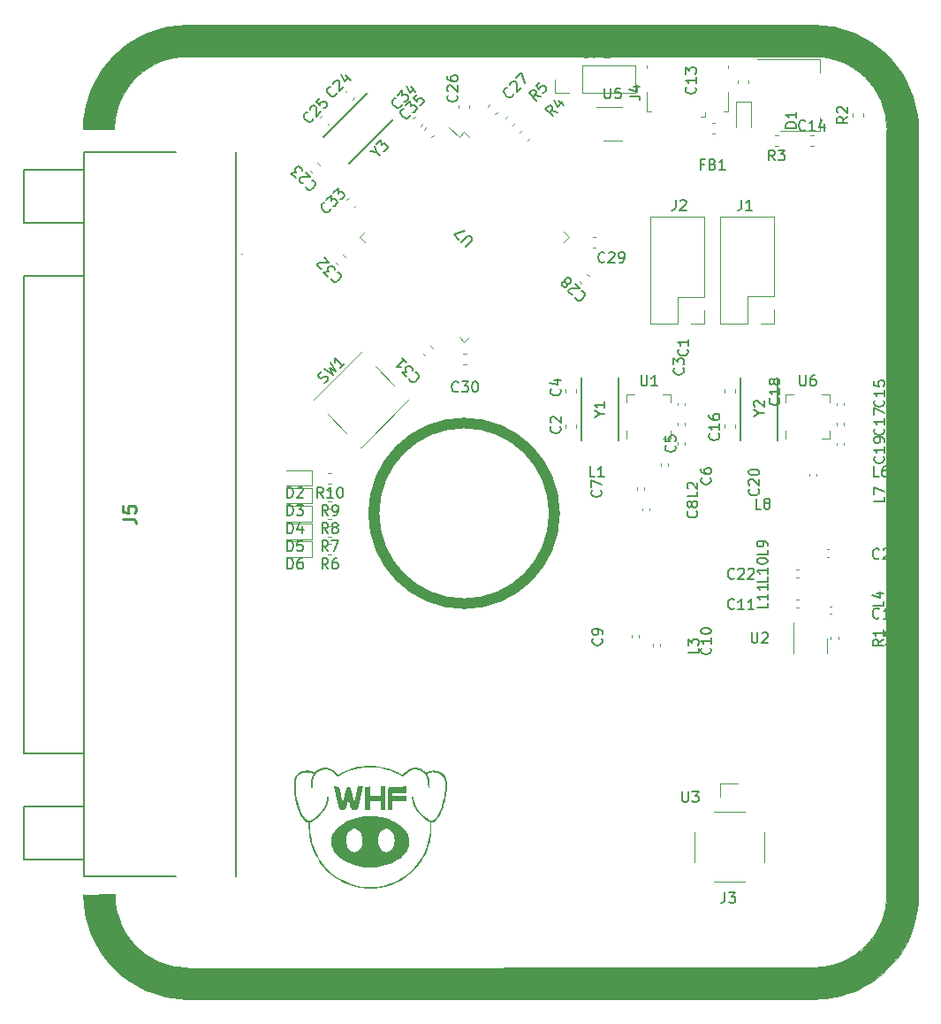
<source format=gbr>
%TF.GenerationSoftware,KiCad,Pcbnew,(6.0.1)*%
%TF.CreationDate,2022-01-25T11:54:46-06:00*%
%TF.ProjectId,Telemetry_KiCAD_Project,54656c65-6d65-4747-9279-5f4b69434144,rev?*%
%TF.SameCoordinates,Original*%
%TF.FileFunction,Legend,Top*%
%TF.FilePolarity,Positive*%
%FSLAX46Y46*%
G04 Gerber Fmt 4.6, Leading zero omitted, Abs format (unit mm)*
G04 Created by KiCad (PCBNEW (6.0.1)) date 2022-01-25 11:54:46*
%MOMM*%
%LPD*%
G01*
G04 APERTURE LIST*
%ADD10C,1.000000*%
%ADD11C,0.100000*%
%ADD12C,0.120000*%
%ADD13C,0.150000*%
%ADD14C,0.254000*%
%ADD15C,0.200000*%
%ADD16C,0.060000*%
%ADD17C,0.127000*%
G04 APERTURE END LIST*
D10*
X125150000Y-98475000D02*
G75*
G03*
X125150000Y-98475000I-8650000J0D01*
G01*
D11*
X160000000Y-61719939D02*
G75*
G03*
X150039889Y-51725000I-9995000J0D01*
G01*
X150000000Y-144980000D02*
X89975000Y-144975000D01*
X89975000Y-144975000D02*
X90000000Y-142010000D01*
X90000000Y-142010000D02*
X150109286Y-141970000D01*
X150109286Y-141970000D02*
X150000000Y-144980000D01*
G36*
X150000000Y-144980000D02*
G01*
X89975000Y-144975000D01*
X90000000Y-142010000D01*
X150109286Y-141970000D01*
X150000000Y-144980000D01*
G37*
X150000000Y-144980000D02*
X89975000Y-144975000D01*
X90000000Y-142010000D01*
X150109286Y-141970000D01*
X150000000Y-144980000D01*
X150000000Y-144980000D02*
G75*
G03*
X160000000Y-134980000I1J9999999D01*
G01*
D12*
X150109286Y-141980000D02*
G75*
G03*
X157010000Y-134980000I-100001J7000001D01*
G01*
X83000000Y-135109286D02*
G75*
G03*
X90000000Y-142010000I7000001J100001D01*
G01*
D11*
X80000000Y-134980061D02*
G75*
G03*
X89960111Y-144975000I9995000J0D01*
G01*
X89950000Y-144970000D02*
X89140000Y-144930000D01*
X89140000Y-144930000D02*
X87860000Y-144740000D01*
X87860000Y-144740000D02*
X86600000Y-144350000D01*
X86600000Y-144350000D02*
X86010000Y-144140000D01*
X86010000Y-144140000D02*
X84760000Y-143480000D01*
X84760000Y-143480000D02*
X83640000Y-142700000D01*
X83640000Y-142700000D02*
X82740000Y-141860000D01*
X82740000Y-141860000D02*
X82110000Y-141120000D01*
X82110000Y-141120000D02*
X81570000Y-140330000D01*
X81570000Y-140330000D02*
X81220000Y-139770000D01*
X81220000Y-139770000D02*
X80840000Y-138940000D01*
X80840000Y-138940000D02*
X80530000Y-138140000D01*
X80530000Y-138140000D02*
X80240001Y-137090000D01*
X80240001Y-137090000D02*
X80140000Y-136490000D01*
X80140000Y-136490000D02*
X80020000Y-135720000D01*
X80020000Y-135720000D02*
X80000000Y-134980061D01*
X80000000Y-134980061D02*
X83000000Y-134950000D01*
X83000000Y-134950000D02*
X83000001Y-135109286D01*
X83000001Y-135109286D02*
X83020000Y-135589999D01*
X83020000Y-135589999D02*
X83120000Y-136360000D01*
X83120000Y-136360000D02*
X83400000Y-137330000D01*
X83400000Y-137330000D02*
X83650000Y-137950000D01*
X83650000Y-137950000D02*
X83970000Y-138550000D01*
X83970000Y-138550000D02*
X84430000Y-139250000D01*
X84430000Y-139250000D02*
X84800000Y-139690000D01*
X84800000Y-139690000D02*
X85390000Y-140270000D01*
X85390000Y-140270000D02*
X86230000Y-140900000D01*
X86230000Y-140900000D02*
X87040000Y-141340000D01*
X87040000Y-141340000D02*
X87820000Y-141650000D01*
X87820000Y-141650000D02*
X88620000Y-141870000D01*
X88620000Y-141870000D02*
X89220000Y-141960001D01*
X89220000Y-141960001D02*
X89975000Y-142000000D01*
X89975000Y-142000000D02*
X89975000Y-144975000D01*
X89975000Y-144975000D02*
X89949999Y-144975000D01*
X89949999Y-144975000D02*
X89950000Y-144970000D01*
G36*
X83000001Y-135109286D02*
G01*
X83020000Y-135589999D01*
X83120000Y-136360000D01*
X83400000Y-137330000D01*
X83650000Y-137950000D01*
X83970000Y-138550000D01*
X84430000Y-139250000D01*
X84800000Y-139690000D01*
X85390000Y-140270000D01*
X86230000Y-140900000D01*
X87040000Y-141340000D01*
X87820000Y-141650000D01*
X88620000Y-141870000D01*
X89220000Y-141960001D01*
X89975000Y-142000000D01*
X89975000Y-144975000D01*
X89949999Y-144975000D01*
X89950000Y-144970000D01*
X89140000Y-144930000D01*
X87860000Y-144740000D01*
X86600000Y-144350000D01*
X86010000Y-144140000D01*
X84760000Y-143480000D01*
X83640000Y-142700000D01*
X82740000Y-141860000D01*
X82110000Y-141120000D01*
X81570000Y-140330000D01*
X81220000Y-139770000D01*
X80840000Y-138940000D01*
X80530000Y-138140000D01*
X80240001Y-137090000D01*
X80140000Y-136490000D01*
X80020000Y-135720000D01*
X80000000Y-134980061D01*
X83000000Y-134950000D01*
X83000001Y-135109286D01*
G37*
X83000001Y-135109286D02*
X83020000Y-135589999D01*
X83120000Y-136360000D01*
X83400000Y-137330000D01*
X83650000Y-137950000D01*
X83970000Y-138550000D01*
X84430000Y-139250000D01*
X84800000Y-139690000D01*
X85390000Y-140270000D01*
X86230000Y-140900000D01*
X87040000Y-141340000D01*
X87820000Y-141650000D01*
X88620000Y-141870000D01*
X89220000Y-141960001D01*
X89975000Y-142000000D01*
X89975000Y-144975000D01*
X89949999Y-144975000D01*
X89950000Y-144970000D01*
X89140000Y-144930000D01*
X87860000Y-144740000D01*
X86600000Y-144350000D01*
X86010000Y-144140000D01*
X84760000Y-143480000D01*
X83640000Y-142700000D01*
X82740000Y-141860000D01*
X82110000Y-141120000D01*
X81570000Y-140330000D01*
X81220000Y-139770000D01*
X80840000Y-138940000D01*
X80530000Y-138140000D01*
X80240001Y-137090000D01*
X80140000Y-136490000D01*
X80020000Y-135720000D01*
X80000000Y-134980061D01*
X83000000Y-134950000D01*
X83000001Y-135109286D01*
X79963100Y-61669893D02*
X80003100Y-60859893D01*
X80003100Y-60859893D02*
X80193100Y-59579893D01*
X80193100Y-59579893D02*
X80583100Y-58319893D01*
X80583100Y-58319893D02*
X80793100Y-57729893D01*
X80793100Y-57729893D02*
X81453100Y-56479893D01*
X81453100Y-56479893D02*
X82233100Y-55359893D01*
X82233100Y-55359893D02*
X83073100Y-54459893D01*
X83073100Y-54459893D02*
X83813100Y-53829893D01*
X83813100Y-53829893D02*
X84603100Y-53289893D01*
X84603100Y-53289893D02*
X85163100Y-52939893D01*
X85163100Y-52939893D02*
X85993100Y-52559893D01*
X85993100Y-52559893D02*
X86793100Y-52249893D01*
X86793100Y-52249893D02*
X87843100Y-51959894D01*
X87843100Y-51959894D02*
X88443100Y-51859893D01*
X88443100Y-51859893D02*
X89213100Y-51739893D01*
X89213100Y-51739893D02*
X89953039Y-51719893D01*
X89953039Y-51719893D02*
X89983100Y-54719893D01*
X89983100Y-54719893D02*
X89823814Y-54719894D01*
X89823814Y-54719894D02*
X89343101Y-54739893D01*
X89343101Y-54739893D02*
X88573100Y-54839893D01*
X88573100Y-54839893D02*
X87603100Y-55119893D01*
X87603100Y-55119893D02*
X86983100Y-55369893D01*
X86983100Y-55369893D02*
X86383100Y-55689893D01*
X86383100Y-55689893D02*
X85683100Y-56149893D01*
X85683100Y-56149893D02*
X85243100Y-56519893D01*
X85243100Y-56519893D02*
X84663100Y-57109893D01*
X84663100Y-57109893D02*
X84033100Y-57949893D01*
X84033100Y-57949893D02*
X83593100Y-58759893D01*
X83593100Y-58759893D02*
X83283100Y-59539893D01*
X83283100Y-59539893D02*
X83063100Y-60339893D01*
X83063100Y-60339893D02*
X82973099Y-60939893D01*
X82973099Y-60939893D02*
X82933100Y-61694893D01*
X82933100Y-61694893D02*
X79958100Y-61694893D01*
X79958100Y-61694893D02*
X79958100Y-61669892D01*
X79958100Y-61669892D02*
X79963100Y-61669893D01*
G36*
X89983100Y-54719893D02*
G01*
X89823814Y-54719894D01*
X89343101Y-54739893D01*
X88573100Y-54839893D01*
X87603100Y-55119893D01*
X86983100Y-55369893D01*
X86383100Y-55689893D01*
X85683100Y-56149893D01*
X85243100Y-56519893D01*
X84663100Y-57109893D01*
X84033100Y-57949893D01*
X83593100Y-58759893D01*
X83283100Y-59539893D01*
X83063100Y-60339893D01*
X82973099Y-60939893D01*
X82933100Y-61694893D01*
X79958100Y-61694893D01*
X79958100Y-61669892D01*
X79963100Y-61669893D01*
X80003100Y-60859893D01*
X80193100Y-59579893D01*
X80583100Y-58319893D01*
X80793100Y-57729893D01*
X81453100Y-56479893D01*
X82233100Y-55359893D01*
X83073100Y-54459893D01*
X83813100Y-53829893D01*
X84603100Y-53289893D01*
X85163100Y-52939893D01*
X85993100Y-52559893D01*
X86793100Y-52249893D01*
X87843100Y-51959894D01*
X88443100Y-51859893D01*
X89213100Y-51739893D01*
X89953039Y-51719893D01*
X89983100Y-54719893D01*
G37*
X89983100Y-54719893D02*
X89823814Y-54719894D01*
X89343101Y-54739893D01*
X88573100Y-54839893D01*
X87603100Y-55119893D01*
X86983100Y-55369893D01*
X86383100Y-55689893D01*
X85683100Y-56149893D01*
X85243100Y-56519893D01*
X84663100Y-57109893D01*
X84033100Y-57949893D01*
X83593100Y-58759893D01*
X83283100Y-59539893D01*
X83063100Y-60339893D01*
X82973099Y-60939893D01*
X82933100Y-61694893D01*
X79958100Y-61694893D01*
X79958100Y-61669892D01*
X79963100Y-61669893D01*
X80003100Y-60859893D01*
X80193100Y-59579893D01*
X80583100Y-58319893D01*
X80793100Y-57729893D01*
X81453100Y-56479893D01*
X82233100Y-55359893D01*
X83073100Y-54459893D01*
X83813100Y-53829893D01*
X84603100Y-53289893D01*
X85163100Y-52939893D01*
X85993100Y-52559893D01*
X86793100Y-52249893D01*
X87843100Y-51959894D01*
X88443100Y-51859893D01*
X89213100Y-51739893D01*
X89953039Y-51719893D01*
X89983100Y-54719893D01*
D12*
X157000000Y-61590714D02*
G75*
G03*
X150000000Y-54690000I-7000001J-100001D01*
G01*
D11*
X150050000Y-51730000D02*
X150860000Y-51770000D01*
X150860000Y-51770000D02*
X152140000Y-51960000D01*
X152140000Y-51960000D02*
X153400000Y-52350000D01*
X153400000Y-52350000D02*
X153990000Y-52560000D01*
X153990000Y-52560000D02*
X155240000Y-53220000D01*
X155240000Y-53220000D02*
X156360000Y-54000000D01*
X156360000Y-54000000D02*
X157260000Y-54840000D01*
X157260000Y-54840000D02*
X157890000Y-55580000D01*
X157890000Y-55580000D02*
X158430000Y-56370000D01*
X158430000Y-56370000D02*
X158780000Y-56930000D01*
X158780000Y-56930000D02*
X159160000Y-57760000D01*
X159160000Y-57760000D02*
X159470000Y-58560000D01*
X159470000Y-58560000D02*
X159760000Y-59610000D01*
X159760000Y-59610000D02*
X159860000Y-60210000D01*
X159860000Y-60210000D02*
X159980000Y-60980000D01*
X159980000Y-60980000D02*
X160000000Y-61719939D01*
X160000000Y-61719939D02*
X157000000Y-61750000D01*
X157000000Y-61750000D02*
X156999999Y-61590714D01*
X156999999Y-61590714D02*
X156980000Y-61110000D01*
X156980000Y-61110000D02*
X156880000Y-60340000D01*
X156880000Y-60340000D02*
X156600000Y-59370000D01*
X156600000Y-59370000D02*
X156350000Y-58750000D01*
X156350000Y-58750000D02*
X156030000Y-58150000D01*
X156030000Y-58150000D02*
X155570000Y-57450000D01*
X155570000Y-57450000D02*
X155200000Y-57010000D01*
X155200000Y-57010000D02*
X154610000Y-56430000D01*
X154610000Y-56430000D02*
X153770000Y-55800000D01*
X153770000Y-55800000D02*
X152960000Y-55360000D01*
X152960000Y-55360000D02*
X152180000Y-55050000D01*
X152180000Y-55050000D02*
X151380000Y-54830000D01*
X151380000Y-54830000D02*
X150780000Y-54740000D01*
X150780000Y-54740000D02*
X150025000Y-54700000D01*
X150025000Y-54700000D02*
X150025000Y-51725000D01*
X150025000Y-51725000D02*
X150050000Y-51725000D01*
X150050000Y-51725000D02*
X150050000Y-51730000D01*
G36*
X150050000Y-51730000D02*
G01*
X150860000Y-51770000D01*
X152140000Y-51960000D01*
X153400000Y-52350000D01*
X153990000Y-52560000D01*
X155240000Y-53220000D01*
X156360000Y-54000000D01*
X157260000Y-54840000D01*
X157890000Y-55580000D01*
X158430000Y-56370000D01*
X158780000Y-56930000D01*
X159160000Y-57760000D01*
X159470000Y-58560000D01*
X159760000Y-59610000D01*
X159860000Y-60210000D01*
X159980000Y-60980000D01*
X160000000Y-61719939D01*
X157000000Y-61750000D01*
X156999999Y-61590714D01*
X156980000Y-61110000D01*
X156880000Y-60340000D01*
X156600000Y-59370000D01*
X156350000Y-58750000D01*
X156030000Y-58150000D01*
X155570000Y-57450000D01*
X155200000Y-57010000D01*
X154610000Y-56430000D01*
X153770000Y-55800000D01*
X152960000Y-55360000D01*
X152180000Y-55050000D01*
X151380000Y-54830000D01*
X150780000Y-54740000D01*
X150025000Y-54700000D01*
X150025000Y-51725000D01*
X150050000Y-51725000D01*
X150050000Y-51730000D01*
G37*
X150050000Y-51730000D02*
X150860000Y-51770000D01*
X152140000Y-51960000D01*
X153400000Y-52350000D01*
X153990000Y-52560000D01*
X155240000Y-53220000D01*
X156360000Y-54000000D01*
X157260000Y-54840000D01*
X157890000Y-55580000D01*
X158430000Y-56370000D01*
X158780000Y-56930000D01*
X159160000Y-57760000D01*
X159470000Y-58560000D01*
X159760000Y-59610000D01*
X159860000Y-60210000D01*
X159980000Y-60980000D01*
X160000000Y-61719939D01*
X157000000Y-61750000D01*
X156999999Y-61590714D01*
X156980000Y-61110000D01*
X156880000Y-60340000D01*
X156600000Y-59370000D01*
X156350000Y-58750000D01*
X156030000Y-58150000D01*
X155570000Y-57450000D01*
X155200000Y-57010000D01*
X154610000Y-56430000D01*
X153770000Y-55800000D01*
X152960000Y-55360000D01*
X152180000Y-55050000D01*
X151380000Y-54830000D01*
X150780000Y-54740000D01*
X150025000Y-54700000D01*
X150025000Y-51725000D01*
X150050000Y-51725000D01*
X150050000Y-51730000D01*
X160000000Y-134990000D02*
X159970000Y-135650000D01*
X159970000Y-135650000D02*
X159900000Y-136350000D01*
X159900000Y-136350000D02*
X159760000Y-137130000D01*
X159760000Y-137130000D02*
X159570000Y-137890000D01*
X159570000Y-137890000D02*
X159300000Y-138640000D01*
X159300000Y-138640000D02*
X159010000Y-139300000D01*
X159010000Y-139300000D02*
X158680000Y-139920000D01*
X158680000Y-139920000D02*
X158250000Y-140640000D01*
X158250000Y-140640000D02*
X157750000Y-141290000D01*
X157750000Y-141290000D02*
X157370000Y-141720000D01*
X157370000Y-141720000D02*
X156880000Y-142230000D01*
X156880000Y-142230000D02*
X156480000Y-142600000D01*
X156480000Y-142600000D02*
X156040000Y-142940000D01*
X156040000Y-142940000D02*
X155590000Y-143270000D01*
X155590000Y-143270000D02*
X154920000Y-143680000D01*
X154920000Y-143680000D02*
X154360000Y-143970000D01*
X154360000Y-143970000D02*
X153860000Y-144210000D01*
X153860000Y-144210000D02*
X153220000Y-144440000D01*
X153220000Y-144440000D02*
X152500000Y-144660000D01*
X152500000Y-144660000D02*
X152000000Y-144780000D01*
X152000000Y-144780000D02*
X151620000Y-144840000D01*
X151620000Y-144840000D02*
X151190000Y-144900000D01*
X151190000Y-144900000D02*
X150670000Y-144940000D01*
X150670000Y-144940000D02*
X150110000Y-144970000D01*
X150110000Y-144970000D02*
X149980000Y-144970000D01*
X149980000Y-144970000D02*
X150090000Y-141980000D01*
X150090000Y-141980000D02*
X150120000Y-141980000D01*
X150120000Y-141980000D02*
X151100000Y-141880000D01*
X151100000Y-141880000D02*
X151960000Y-141700000D01*
X151960000Y-141700000D02*
X152770000Y-141400000D01*
X152770000Y-141400000D02*
X153320000Y-141120000D01*
X153320000Y-141120000D02*
X153900000Y-140790000D01*
X153900000Y-140790000D02*
X154470000Y-140380000D01*
X154470000Y-140380000D02*
X155040000Y-139860000D01*
X155040000Y-139860000D02*
X155640000Y-139150000D01*
X155640000Y-139150000D02*
X155970000Y-138630000D01*
X155970000Y-138630000D02*
X156360000Y-137910000D01*
X156360000Y-137910000D02*
X156540000Y-137490000D01*
X156540000Y-137490000D02*
X156750000Y-136850000D01*
X156750000Y-136850000D02*
X156920000Y-136100000D01*
X156920000Y-136100000D02*
X156990000Y-135640000D01*
X156990000Y-135640000D02*
X157020000Y-134920000D01*
X157020000Y-134920000D02*
X160000000Y-134920000D01*
X160000000Y-134920000D02*
X160000000Y-134990000D01*
G36*
X160000000Y-134990000D02*
G01*
X159970000Y-135650000D01*
X159900000Y-136350000D01*
X159760000Y-137130000D01*
X159570000Y-137890000D01*
X159300000Y-138640000D01*
X159010000Y-139300000D01*
X158680000Y-139920000D01*
X158250000Y-140640000D01*
X157750000Y-141290000D01*
X157370000Y-141720000D01*
X156880000Y-142230000D01*
X156480000Y-142600000D01*
X156040000Y-142940000D01*
X155590000Y-143270000D01*
X154920000Y-143680000D01*
X154360000Y-143970000D01*
X153860000Y-144210000D01*
X153220000Y-144440000D01*
X152500000Y-144660000D01*
X152000000Y-144780000D01*
X151620000Y-144840000D01*
X151190000Y-144900000D01*
X150670000Y-144940000D01*
X150110000Y-144970000D01*
X149980000Y-144970000D01*
X150090000Y-141980000D01*
X150120000Y-141980000D01*
X151100000Y-141880000D01*
X151960000Y-141700000D01*
X152770000Y-141400000D01*
X153320000Y-141120000D01*
X153900000Y-140790000D01*
X154470000Y-140380000D01*
X155040000Y-139860000D01*
X155640000Y-139150000D01*
X155970000Y-138630000D01*
X156360000Y-137910000D01*
X156540000Y-137490000D01*
X156750000Y-136850000D01*
X156920000Y-136100000D01*
X156990000Y-135640000D01*
X157020000Y-134920000D01*
X160000000Y-134920000D01*
X160000000Y-134990000D01*
G37*
X160000000Y-134990000D02*
X159970000Y-135650000D01*
X159900000Y-136350000D01*
X159760000Y-137130000D01*
X159570000Y-137890000D01*
X159300000Y-138640000D01*
X159010000Y-139300000D01*
X158680000Y-139920000D01*
X158250000Y-140640000D01*
X157750000Y-141290000D01*
X157370000Y-141720000D01*
X156880000Y-142230000D01*
X156480000Y-142600000D01*
X156040000Y-142940000D01*
X155590000Y-143270000D01*
X154920000Y-143680000D01*
X154360000Y-143970000D01*
X153860000Y-144210000D01*
X153220000Y-144440000D01*
X152500000Y-144660000D01*
X152000000Y-144780000D01*
X151620000Y-144840000D01*
X151190000Y-144900000D01*
X150670000Y-144940000D01*
X150110000Y-144970000D01*
X149980000Y-144970000D01*
X150090000Y-141980000D01*
X150120000Y-141980000D01*
X151100000Y-141880000D01*
X151960000Y-141700000D01*
X152770000Y-141400000D01*
X153320000Y-141120000D01*
X153900000Y-140790000D01*
X154470000Y-140380000D01*
X155040000Y-139860000D01*
X155640000Y-139150000D01*
X155970000Y-138630000D01*
X156360000Y-137910000D01*
X156540000Y-137490000D01*
X156750000Y-136850000D01*
X156920000Y-136100000D01*
X156990000Y-135640000D01*
X157020000Y-134920000D01*
X160000000Y-134920000D01*
X160000000Y-134990000D01*
D10*
X125158100Y-98469893D02*
G75*
G03*
X125158100Y-98469893I-8650000J0D01*
G01*
X125108100Y-98469893D02*
G75*
G03*
X125108100Y-98469893I-8650000J0D01*
G01*
D11*
X159958100Y-134894893D02*
X156958100Y-134904893D01*
X156958100Y-134904893D02*
X156958100Y-61744893D01*
X156958100Y-61744893D02*
X159958100Y-61744893D01*
X159958100Y-61744893D02*
X159958100Y-134894893D01*
G36*
X159958100Y-134894893D02*
G01*
X156958100Y-134904893D01*
X156958100Y-61744893D01*
X159958100Y-61744893D01*
X159958100Y-134894893D01*
G37*
X159958100Y-134894893D02*
X156958100Y-134904893D01*
X156958100Y-61744893D01*
X159958100Y-61744893D01*
X159958100Y-134894893D01*
X150025000Y-54700000D02*
X89780000Y-54740000D01*
X89780000Y-54740000D02*
X89994939Y-51725000D01*
X89994939Y-51725000D02*
X150025000Y-51725000D01*
X150025000Y-51725000D02*
X150025000Y-54700000D01*
G36*
X150025000Y-54700000D02*
G01*
X89780000Y-54740000D01*
X89994939Y-51725000D01*
X150025000Y-51725000D01*
X150025000Y-54700000D01*
G37*
X150025000Y-54700000D02*
X89780000Y-54740000D01*
X89994939Y-51725000D01*
X150025000Y-51725000D01*
X150025000Y-54700000D01*
D12*
X89865714Y-54725000D02*
G75*
G03*
X82965000Y-61725000I100001J-7000001D01*
G01*
D11*
X89994939Y-51725000D02*
G75*
G03*
X80000000Y-61685111I0J-9995000D01*
G01*
D13*
%TO.C,C25*%
X102022969Y-60632106D02*
X102022969Y-60699450D01*
X101955625Y-60834137D01*
X101888282Y-60901480D01*
X101753595Y-60968824D01*
X101618908Y-60968824D01*
X101517893Y-60935152D01*
X101349534Y-60834137D01*
X101248519Y-60733122D01*
X101147503Y-60564763D01*
X101113832Y-60463748D01*
X101113832Y-60329061D01*
X101181175Y-60194374D01*
X101248519Y-60127030D01*
X101383206Y-60059687D01*
X101450549Y-60059687D01*
X101719923Y-59790312D02*
X101719923Y-59722969D01*
X101753595Y-59621954D01*
X101921954Y-59453595D01*
X102022969Y-59419923D01*
X102090312Y-59419923D01*
X102191328Y-59453595D01*
X102258671Y-59520938D01*
X102326015Y-59655625D01*
X102326015Y-60463748D01*
X102763748Y-60026015D01*
X102696404Y-58679145D02*
X102359687Y-59015862D01*
X102662732Y-59386251D01*
X102662732Y-59318908D01*
X102696404Y-59217893D01*
X102864763Y-59049534D01*
X102965778Y-59015862D01*
X103033122Y-59015862D01*
X103134137Y-59049534D01*
X103302496Y-59217893D01*
X103336167Y-59318908D01*
X103336167Y-59386251D01*
X103302496Y-59487267D01*
X103134137Y-59655625D01*
X103033122Y-59689297D01*
X102965778Y-59689297D01*
%TO.C,C27*%
X121197969Y-58307106D02*
X121197969Y-58374450D01*
X121130625Y-58509137D01*
X121063282Y-58576480D01*
X120928595Y-58643824D01*
X120793908Y-58643824D01*
X120692893Y-58610152D01*
X120524534Y-58509137D01*
X120423519Y-58408122D01*
X120322503Y-58239763D01*
X120288832Y-58138748D01*
X120288832Y-58004061D01*
X120356175Y-57869374D01*
X120423519Y-57802030D01*
X120558206Y-57734687D01*
X120625549Y-57734687D01*
X120894923Y-57465312D02*
X120894923Y-57397969D01*
X120928595Y-57296954D01*
X121096954Y-57128595D01*
X121197969Y-57094923D01*
X121265312Y-57094923D01*
X121366328Y-57128595D01*
X121433671Y-57195938D01*
X121501015Y-57330625D01*
X121501015Y-58138748D01*
X121938748Y-57701015D01*
X121467343Y-56758206D02*
X121938748Y-56286801D01*
X122342809Y-57296954D01*
%TO.C,C28*%
X127707106Y-77202031D02*
X127774450Y-77202031D01*
X127909137Y-77269375D01*
X127976480Y-77336718D01*
X128043824Y-77471405D01*
X128043824Y-77606092D01*
X128010152Y-77707107D01*
X127909137Y-77875466D01*
X127808122Y-77976481D01*
X127639763Y-78077497D01*
X127538748Y-78111168D01*
X127404061Y-78111168D01*
X127269374Y-78043825D01*
X127202030Y-77976481D01*
X127134687Y-77841794D01*
X127134687Y-77774451D01*
X126865312Y-77505077D02*
X126797969Y-77505077D01*
X126696954Y-77471405D01*
X126528595Y-77303046D01*
X126494923Y-77202031D01*
X126494923Y-77134688D01*
X126528595Y-77033672D01*
X126595938Y-76966329D01*
X126730625Y-76898985D01*
X127538748Y-76898985D01*
X127101015Y-76461252D01*
X126292893Y-76461252D02*
X126326564Y-76562268D01*
X126326564Y-76629611D01*
X126292893Y-76730626D01*
X126259221Y-76764298D01*
X126158206Y-76797970D01*
X126090862Y-76797970D01*
X125989847Y-76764298D01*
X125855160Y-76629611D01*
X125821488Y-76528596D01*
X125821488Y-76461252D01*
X125855160Y-76360237D01*
X125888832Y-76326565D01*
X125989847Y-76292894D01*
X126057190Y-76292894D01*
X126158206Y-76326565D01*
X126292893Y-76461252D01*
X126393908Y-76494924D01*
X126461251Y-76494924D01*
X126562267Y-76461252D01*
X126696954Y-76326565D01*
X126730625Y-76225550D01*
X126730625Y-76158207D01*
X126696954Y-76057191D01*
X126562267Y-75922504D01*
X126461251Y-75888833D01*
X126393908Y-75888833D01*
X126292893Y-75922504D01*
X126158206Y-76057191D01*
X126124534Y-76158207D01*
X126124534Y-76225550D01*
X126158206Y-76326565D01*
%TO.C,C30*%
X115919642Y-86757142D02*
X115872023Y-86804761D01*
X115729166Y-86852380D01*
X115633928Y-86852380D01*
X115491071Y-86804761D01*
X115395833Y-86709523D01*
X115348214Y-86614285D01*
X115300595Y-86423809D01*
X115300595Y-86280952D01*
X115348214Y-86090476D01*
X115395833Y-85995238D01*
X115491071Y-85900000D01*
X115633928Y-85852380D01*
X115729166Y-85852380D01*
X115872023Y-85900000D01*
X115919642Y-85947619D01*
X116252976Y-85852380D02*
X116872023Y-85852380D01*
X116538690Y-86233333D01*
X116681547Y-86233333D01*
X116776785Y-86280952D01*
X116824404Y-86328571D01*
X116872023Y-86423809D01*
X116872023Y-86661904D01*
X116824404Y-86757142D01*
X116776785Y-86804761D01*
X116681547Y-86852380D01*
X116395833Y-86852380D01*
X116300595Y-86804761D01*
X116252976Y-86757142D01*
X117491071Y-85852380D02*
X117586309Y-85852380D01*
X117681547Y-85900000D01*
X117729166Y-85947619D01*
X117776785Y-86042857D01*
X117824404Y-86233333D01*
X117824404Y-86471428D01*
X117776785Y-86661904D01*
X117729166Y-86757142D01*
X117681547Y-86804761D01*
X117586309Y-86852380D01*
X117491071Y-86852380D01*
X117395833Y-86804761D01*
X117348214Y-86757142D01*
X117300595Y-86661904D01*
X117252976Y-86471428D01*
X117252976Y-86233333D01*
X117300595Y-86042857D01*
X117348214Y-85947619D01*
X117395833Y-85900000D01*
X117491071Y-85852380D01*
%TO.C,C31*%
X111807106Y-85002030D02*
X111874450Y-85002030D01*
X112009137Y-85069374D01*
X112076480Y-85136717D01*
X112143824Y-85271404D01*
X112143824Y-85406091D01*
X112110152Y-85507106D01*
X112009137Y-85675465D01*
X111908122Y-85776480D01*
X111739763Y-85877496D01*
X111638748Y-85911167D01*
X111504061Y-85911167D01*
X111369374Y-85843824D01*
X111302030Y-85776480D01*
X111234687Y-85641793D01*
X111234687Y-85574450D01*
X110931641Y-85406091D02*
X110493908Y-84968358D01*
X110998984Y-84934687D01*
X110897969Y-84833671D01*
X110864297Y-84732656D01*
X110864297Y-84665312D01*
X110897969Y-84564297D01*
X111066328Y-84395938D01*
X111167343Y-84362267D01*
X111234687Y-84362267D01*
X111335702Y-84395938D01*
X111537732Y-84597969D01*
X111571404Y-84698984D01*
X111571404Y-84766328D01*
X110527580Y-83587816D02*
X110931641Y-83991877D01*
X110729610Y-83789847D02*
X110022503Y-84496954D01*
X110190862Y-84463282D01*
X110325549Y-84463282D01*
X110426564Y-84496954D01*
%TO.C,C32*%
X104330258Y-75406086D02*
X104397602Y-75406086D01*
X104532289Y-75473430D01*
X104599632Y-75540773D01*
X104666976Y-75675460D01*
X104666976Y-75810147D01*
X104633304Y-75911162D01*
X104532289Y-76079521D01*
X104431274Y-76180536D01*
X104262915Y-76281552D01*
X104161900Y-76315223D01*
X104027213Y-76315223D01*
X103892526Y-76247880D01*
X103825182Y-76180536D01*
X103757839Y-76045849D01*
X103757839Y-75978506D01*
X103454793Y-75810147D02*
X103017060Y-75372414D01*
X103522136Y-75338743D01*
X103421121Y-75237727D01*
X103387449Y-75136712D01*
X103387449Y-75069368D01*
X103421121Y-74968353D01*
X103589480Y-74799994D01*
X103690495Y-74766323D01*
X103757839Y-74766323D01*
X103858854Y-74799994D01*
X104060884Y-75002025D01*
X104094556Y-75103040D01*
X104094556Y-75170384D01*
X102815029Y-75035697D02*
X102747686Y-75035697D01*
X102646671Y-75002025D01*
X102478312Y-74833666D01*
X102444640Y-74732651D01*
X102444640Y-74665307D01*
X102478312Y-74564292D01*
X102545655Y-74496949D01*
X102680342Y-74429605D01*
X103488464Y-74429605D01*
X103050732Y-73991872D01*
%TO.C,C35*%
X111297969Y-60307106D02*
X111297969Y-60374450D01*
X111230625Y-60509137D01*
X111163282Y-60576480D01*
X111028595Y-60643824D01*
X110893908Y-60643824D01*
X110792893Y-60610152D01*
X110624534Y-60509137D01*
X110523519Y-60408122D01*
X110422503Y-60239763D01*
X110388832Y-60138748D01*
X110388832Y-60004061D01*
X110456175Y-59869374D01*
X110523519Y-59802030D01*
X110658206Y-59734687D01*
X110725549Y-59734687D01*
X110893908Y-59431641D02*
X111331641Y-58993908D01*
X111365312Y-59498984D01*
X111466328Y-59397969D01*
X111567343Y-59364297D01*
X111634687Y-59364297D01*
X111735702Y-59397969D01*
X111904061Y-59566328D01*
X111937732Y-59667343D01*
X111937732Y-59734687D01*
X111904061Y-59835702D01*
X111702030Y-60037732D01*
X111601015Y-60071404D01*
X111533671Y-60071404D01*
X111971404Y-58354145D02*
X111634687Y-58690862D01*
X111937732Y-59061251D01*
X111937732Y-58993908D01*
X111971404Y-58892893D01*
X112139763Y-58724534D01*
X112240778Y-58690862D01*
X112308122Y-58690862D01*
X112409137Y-58724534D01*
X112577496Y-58892893D01*
X112611167Y-58993908D01*
X112611167Y-59061251D01*
X112577496Y-59162267D01*
X112409137Y-59330625D01*
X112308122Y-59364297D01*
X112240778Y-59364297D01*
%TO.C,J3*%
X141466666Y-134752380D02*
X141466666Y-135466666D01*
X141419047Y-135609523D01*
X141323809Y-135704761D01*
X141180952Y-135752380D01*
X141085714Y-135752380D01*
X141847619Y-134752380D02*
X142466666Y-134752380D01*
X142133333Y-135133333D01*
X142276190Y-135133333D01*
X142371428Y-135180952D01*
X142419047Y-135228571D01*
X142466666Y-135323809D01*
X142466666Y-135561904D01*
X142419047Y-135657142D01*
X142371428Y-135704761D01*
X142276190Y-135752380D01*
X141990476Y-135752380D01*
X141895238Y-135704761D01*
X141847619Y-135657142D01*
%TO.C,R4*%
X125402030Y-60037732D02*
X124829610Y-59936717D01*
X124997969Y-60441793D02*
X124290862Y-59734687D01*
X124560236Y-59465312D01*
X124661251Y-59431641D01*
X124728595Y-59431641D01*
X124829610Y-59465312D01*
X124930625Y-59566328D01*
X124964297Y-59667343D01*
X124964297Y-59734687D01*
X124930625Y-59835702D01*
X124661251Y-60105076D01*
X125536717Y-58960236D02*
X126008122Y-59431641D01*
X125098984Y-58859221D02*
X125435702Y-59532656D01*
X125873435Y-59094923D01*
%TO.C,R5*%
X123802030Y-58537732D02*
X123229610Y-58436717D01*
X123397969Y-58941793D02*
X122690862Y-58234687D01*
X122960236Y-57965312D01*
X123061251Y-57931641D01*
X123128595Y-57931641D01*
X123229610Y-57965312D01*
X123330625Y-58066328D01*
X123364297Y-58167343D01*
X123364297Y-58234687D01*
X123330625Y-58335702D01*
X123061251Y-58605076D01*
X123734687Y-57190862D02*
X123397969Y-57527580D01*
X123701015Y-57897969D01*
X123701015Y-57830625D01*
X123734687Y-57729610D01*
X123903045Y-57561251D01*
X124004061Y-57527580D01*
X124071404Y-57527580D01*
X124172419Y-57561251D01*
X124340778Y-57729610D01*
X124374450Y-57830625D01*
X124374450Y-57897969D01*
X124340778Y-57998984D01*
X124172419Y-58167343D01*
X124071404Y-58201015D01*
X124004061Y-58201015D01*
%TO.C,U7*%
X116651522Y-72925973D02*
X117223942Y-72353553D01*
X117257614Y-72252538D01*
X117257614Y-72185194D01*
X117223942Y-72084179D01*
X117089255Y-71949492D01*
X116988240Y-71915820D01*
X116920896Y-71915820D01*
X116819881Y-71949492D01*
X116247461Y-72521912D01*
X115978087Y-72252538D02*
X115506683Y-71781133D01*
X116516835Y-71377072D01*
D14*
%TO.C,J5*%
X83764523Y-98978333D02*
X84671666Y-98978333D01*
X84853095Y-99038809D01*
X84974047Y-99159761D01*
X85034523Y-99341190D01*
X85034523Y-99462142D01*
X83764523Y-97768809D02*
X83764523Y-98373571D01*
X84369285Y-98434047D01*
X84308809Y-98373571D01*
X84248333Y-98252619D01*
X84248333Y-97950238D01*
X84308809Y-97829285D01*
X84369285Y-97768809D01*
X84490238Y-97708333D01*
X84792619Y-97708333D01*
X84913571Y-97768809D01*
X84974047Y-97829285D01*
X85034523Y-97950238D01*
X85034523Y-98252619D01*
X84974047Y-98373571D01*
X84913571Y-98434047D01*
D13*
%TO.C,U3*%
X137388095Y-125102380D02*
X137388095Y-125911904D01*
X137435714Y-126007142D01*
X137483333Y-126054761D01*
X137578571Y-126102380D01*
X137769047Y-126102380D01*
X137864285Y-126054761D01*
X137911904Y-126007142D01*
X137959523Y-125911904D01*
X137959523Y-125102380D01*
X138340476Y-125102380D02*
X138959523Y-125102380D01*
X138626190Y-125483333D01*
X138769047Y-125483333D01*
X138864285Y-125530952D01*
X138911904Y-125578571D01*
X138959523Y-125673809D01*
X138959523Y-125911904D01*
X138911904Y-126007142D01*
X138864285Y-126054761D01*
X138769047Y-126102380D01*
X138483333Y-126102380D01*
X138388095Y-126054761D01*
X138340476Y-126007142D01*
%TO.C,C34*%
X110497969Y-59307106D02*
X110497969Y-59374450D01*
X110430625Y-59509137D01*
X110363282Y-59576480D01*
X110228595Y-59643824D01*
X110093908Y-59643824D01*
X109992893Y-59610152D01*
X109824534Y-59509137D01*
X109723519Y-59408122D01*
X109622503Y-59239763D01*
X109588832Y-59138748D01*
X109588832Y-59004061D01*
X109656175Y-58869374D01*
X109723519Y-58802030D01*
X109858206Y-58734687D01*
X109925549Y-58734687D01*
X110093908Y-58431641D02*
X110531641Y-57993908D01*
X110565312Y-58498984D01*
X110666328Y-58397969D01*
X110767343Y-58364297D01*
X110834687Y-58364297D01*
X110935702Y-58397969D01*
X111104061Y-58566328D01*
X111137732Y-58667343D01*
X111137732Y-58734687D01*
X111104061Y-58835702D01*
X110902030Y-59037732D01*
X110801015Y-59071404D01*
X110733671Y-59071404D01*
X111373435Y-57623519D02*
X111844839Y-58094923D01*
X110935702Y-57522503D02*
X111272419Y-58195938D01*
X111710152Y-57758206D01*
%TO.C,C26*%
X115757142Y-58442857D02*
X115804761Y-58490476D01*
X115852380Y-58633333D01*
X115852380Y-58728571D01*
X115804761Y-58871428D01*
X115709523Y-58966666D01*
X115614285Y-59014285D01*
X115423809Y-59061904D01*
X115280952Y-59061904D01*
X115090476Y-59014285D01*
X114995238Y-58966666D01*
X114900000Y-58871428D01*
X114852380Y-58728571D01*
X114852380Y-58633333D01*
X114900000Y-58490476D01*
X114947619Y-58442857D01*
X114947619Y-58061904D02*
X114900000Y-58014285D01*
X114852380Y-57919047D01*
X114852380Y-57680952D01*
X114900000Y-57585714D01*
X114947619Y-57538095D01*
X115042857Y-57490476D01*
X115138095Y-57490476D01*
X115280952Y-57538095D01*
X115852380Y-58109523D01*
X115852380Y-57490476D01*
X114852380Y-56633333D02*
X114852380Y-56823809D01*
X114900000Y-56919047D01*
X114947619Y-56966666D01*
X115090476Y-57061904D01*
X115280952Y-57109523D01*
X115661904Y-57109523D01*
X115757142Y-57061904D01*
X115804761Y-57014285D01*
X115852380Y-56919047D01*
X115852380Y-56728571D01*
X115804761Y-56633333D01*
X115757142Y-56585714D01*
X115661904Y-56538095D01*
X115423809Y-56538095D01*
X115328571Y-56585714D01*
X115280952Y-56633333D01*
X115233333Y-56728571D01*
X115233333Y-56919047D01*
X115280952Y-57014285D01*
X115328571Y-57061904D01*
X115423809Y-57109523D01*
%TO.C,C29*%
X129957142Y-74357142D02*
X129909523Y-74404761D01*
X129766666Y-74452380D01*
X129671428Y-74452380D01*
X129528571Y-74404761D01*
X129433333Y-74309523D01*
X129385714Y-74214285D01*
X129338095Y-74023809D01*
X129338095Y-73880952D01*
X129385714Y-73690476D01*
X129433333Y-73595238D01*
X129528571Y-73500000D01*
X129671428Y-73452380D01*
X129766666Y-73452380D01*
X129909523Y-73500000D01*
X129957142Y-73547619D01*
X130338095Y-73547619D02*
X130385714Y-73500000D01*
X130480952Y-73452380D01*
X130719047Y-73452380D01*
X130814285Y-73500000D01*
X130861904Y-73547619D01*
X130909523Y-73642857D01*
X130909523Y-73738095D01*
X130861904Y-73880952D01*
X130290476Y-74452380D01*
X130909523Y-74452380D01*
X131385714Y-74452380D02*
X131576190Y-74452380D01*
X131671428Y-74404761D01*
X131719047Y-74357142D01*
X131814285Y-74214285D01*
X131861904Y-74023809D01*
X131861904Y-73642857D01*
X131814285Y-73547619D01*
X131766666Y-73500000D01*
X131671428Y-73452380D01*
X131480952Y-73452380D01*
X131385714Y-73500000D01*
X131338095Y-73547619D01*
X131290476Y-73642857D01*
X131290476Y-73880952D01*
X131338095Y-73976190D01*
X131385714Y-74023809D01*
X131480952Y-74071428D01*
X131671428Y-74071428D01*
X131766666Y-74023809D01*
X131814285Y-73976190D01*
X131861904Y-73880952D01*
%TO.C,U5*%
X129938095Y-57752380D02*
X129938095Y-58561904D01*
X129985714Y-58657142D01*
X130033333Y-58704761D01*
X130128571Y-58752380D01*
X130319047Y-58752380D01*
X130414285Y-58704761D01*
X130461904Y-58657142D01*
X130509523Y-58561904D01*
X130509523Y-57752380D01*
X131461904Y-57752380D02*
X130985714Y-57752380D01*
X130938095Y-58228571D01*
X130985714Y-58180952D01*
X131080952Y-58133333D01*
X131319047Y-58133333D01*
X131414285Y-58180952D01*
X131461904Y-58228571D01*
X131509523Y-58323809D01*
X131509523Y-58561904D01*
X131461904Y-58657142D01*
X131414285Y-58704761D01*
X131319047Y-58752380D01*
X131080952Y-58752380D01*
X130985714Y-58704761D01*
X130938095Y-58657142D01*
%TO.C,C2*%
X125657142Y-90166666D02*
X125704761Y-90214285D01*
X125752380Y-90357142D01*
X125752380Y-90452380D01*
X125704761Y-90595238D01*
X125609523Y-90690476D01*
X125514285Y-90738095D01*
X125323809Y-90785714D01*
X125180952Y-90785714D01*
X124990476Y-90738095D01*
X124895238Y-90690476D01*
X124800000Y-90595238D01*
X124752380Y-90452380D01*
X124752380Y-90357142D01*
X124800000Y-90214285D01*
X124847619Y-90166666D01*
X124847619Y-89785714D02*
X124800000Y-89738095D01*
X124752380Y-89642857D01*
X124752380Y-89404761D01*
X124800000Y-89309523D01*
X124847619Y-89261904D01*
X124942857Y-89214285D01*
X125038095Y-89214285D01*
X125180952Y-89261904D01*
X125752380Y-89833333D01*
X125752380Y-89214285D01*
%TO.C,C3*%
X137457142Y-84566666D02*
X137504761Y-84614285D01*
X137552380Y-84757142D01*
X137552380Y-84852380D01*
X137504761Y-84995238D01*
X137409523Y-85090476D01*
X137314285Y-85138095D01*
X137123809Y-85185714D01*
X136980952Y-85185714D01*
X136790476Y-85138095D01*
X136695238Y-85090476D01*
X136600000Y-84995238D01*
X136552380Y-84852380D01*
X136552380Y-84757142D01*
X136600000Y-84614285D01*
X136647619Y-84566666D01*
X136552380Y-84233333D02*
X136552380Y-83614285D01*
X136933333Y-83947619D01*
X136933333Y-83804761D01*
X136980952Y-83709523D01*
X137028571Y-83661904D01*
X137123809Y-83614285D01*
X137361904Y-83614285D01*
X137457142Y-83661904D01*
X137504761Y-83709523D01*
X137552380Y-83804761D01*
X137552380Y-84090476D01*
X137504761Y-84185714D01*
X137457142Y-84233333D01*
%TO.C,C12*%
X156257142Y-108457142D02*
X156209523Y-108504761D01*
X156066666Y-108552380D01*
X155971428Y-108552380D01*
X155828571Y-108504761D01*
X155733333Y-108409523D01*
X155685714Y-108314285D01*
X155638095Y-108123809D01*
X155638095Y-107980952D01*
X155685714Y-107790476D01*
X155733333Y-107695238D01*
X155828571Y-107600000D01*
X155971428Y-107552380D01*
X156066666Y-107552380D01*
X156209523Y-107600000D01*
X156257142Y-107647619D01*
X157209523Y-108552380D02*
X156638095Y-108552380D01*
X156923809Y-108552380D02*
X156923809Y-107552380D01*
X156828571Y-107695238D01*
X156733333Y-107790476D01*
X156638095Y-107838095D01*
X157590476Y-107647619D02*
X157638095Y-107600000D01*
X157733333Y-107552380D01*
X157971428Y-107552380D01*
X158066666Y-107600000D01*
X158114285Y-107647619D01*
X158161904Y-107742857D01*
X158161904Y-107838095D01*
X158114285Y-107980952D01*
X157542857Y-108552380D01*
X158161904Y-108552380D01*
%TO.C,C13*%
X138607142Y-57680357D02*
X138654761Y-57727976D01*
X138702380Y-57870833D01*
X138702380Y-57966071D01*
X138654761Y-58108928D01*
X138559523Y-58204166D01*
X138464285Y-58251785D01*
X138273809Y-58299404D01*
X138130952Y-58299404D01*
X137940476Y-58251785D01*
X137845238Y-58204166D01*
X137750000Y-58108928D01*
X137702380Y-57966071D01*
X137702380Y-57870833D01*
X137750000Y-57727976D01*
X137797619Y-57680357D01*
X138702380Y-56727976D02*
X138702380Y-57299404D01*
X138702380Y-57013690D02*
X137702380Y-57013690D01*
X137845238Y-57108928D01*
X137940476Y-57204166D01*
X137988095Y-57299404D01*
X137702380Y-56394642D02*
X137702380Y-55775595D01*
X138083333Y-56108928D01*
X138083333Y-55966071D01*
X138130952Y-55870833D01*
X138178571Y-55823214D01*
X138273809Y-55775595D01*
X138511904Y-55775595D01*
X138607142Y-55823214D01*
X138654761Y-55870833D01*
X138702380Y-55966071D01*
X138702380Y-56251785D01*
X138654761Y-56347023D01*
X138607142Y-56394642D01*
%TO.C,C15*%
X156657142Y-87642857D02*
X156704761Y-87690476D01*
X156752380Y-87833333D01*
X156752380Y-87928571D01*
X156704761Y-88071428D01*
X156609523Y-88166666D01*
X156514285Y-88214285D01*
X156323809Y-88261904D01*
X156180952Y-88261904D01*
X155990476Y-88214285D01*
X155895238Y-88166666D01*
X155800000Y-88071428D01*
X155752380Y-87928571D01*
X155752380Y-87833333D01*
X155800000Y-87690476D01*
X155847619Y-87642857D01*
X156752380Y-86690476D02*
X156752380Y-87261904D01*
X156752380Y-86976190D02*
X155752380Y-86976190D01*
X155895238Y-87071428D01*
X155990476Y-87166666D01*
X156038095Y-87261904D01*
X155752380Y-85785714D02*
X155752380Y-86261904D01*
X156228571Y-86309523D01*
X156180952Y-86261904D01*
X156133333Y-86166666D01*
X156133333Y-85928571D01*
X156180952Y-85833333D01*
X156228571Y-85785714D01*
X156323809Y-85738095D01*
X156561904Y-85738095D01*
X156657142Y-85785714D01*
X156704761Y-85833333D01*
X156752380Y-85928571D01*
X156752380Y-86166666D01*
X156704761Y-86261904D01*
X156657142Y-86309523D01*
%TO.C,C17*%
X156657142Y-90342857D02*
X156704761Y-90390476D01*
X156752380Y-90533333D01*
X156752380Y-90628571D01*
X156704761Y-90771428D01*
X156609523Y-90866666D01*
X156514285Y-90914285D01*
X156323809Y-90961904D01*
X156180952Y-90961904D01*
X155990476Y-90914285D01*
X155895238Y-90866666D01*
X155800000Y-90771428D01*
X155752380Y-90628571D01*
X155752380Y-90533333D01*
X155800000Y-90390476D01*
X155847619Y-90342857D01*
X156752380Y-89390476D02*
X156752380Y-89961904D01*
X156752380Y-89676190D02*
X155752380Y-89676190D01*
X155895238Y-89771428D01*
X155990476Y-89866666D01*
X156038095Y-89961904D01*
X155752380Y-89057142D02*
X155752380Y-88390476D01*
X156752380Y-88819047D01*
%TO.C,D1*%
X148302380Y-61563095D02*
X147302380Y-61563095D01*
X147302380Y-61325000D01*
X147350000Y-61182142D01*
X147445238Y-61086904D01*
X147540476Y-61039285D01*
X147730952Y-60991666D01*
X147873809Y-60991666D01*
X148064285Y-61039285D01*
X148159523Y-61086904D01*
X148254761Y-61182142D01*
X148302380Y-61325000D01*
X148302380Y-61563095D01*
X148302380Y-60039285D02*
X148302380Y-60610714D01*
X148302380Y-60325000D02*
X147302380Y-60325000D01*
X147445238Y-60420238D01*
X147540476Y-60515476D01*
X147588095Y-60610714D01*
%TO.C,U1*%
X133438095Y-85252380D02*
X133438095Y-86061904D01*
X133485714Y-86157142D01*
X133533333Y-86204761D01*
X133628571Y-86252380D01*
X133819047Y-86252380D01*
X133914285Y-86204761D01*
X133961904Y-86157142D01*
X134009523Y-86061904D01*
X134009523Y-85252380D01*
X135009523Y-86252380D02*
X134438095Y-86252380D01*
X134723809Y-86252380D02*
X134723809Y-85252380D01*
X134628571Y-85395238D01*
X134533333Y-85490476D01*
X134438095Y-85538095D01*
%TO.C,L1*%
X129033333Y-94952380D02*
X128557142Y-94952380D01*
X128557142Y-93952380D01*
X129890476Y-94952380D02*
X129319047Y-94952380D01*
X129604761Y-94952380D02*
X129604761Y-93952380D01*
X129509523Y-94095238D01*
X129414285Y-94190476D01*
X129319047Y-94238095D01*
%TO.C,C7*%
X129557142Y-96266666D02*
X129604761Y-96314285D01*
X129652380Y-96457142D01*
X129652380Y-96552380D01*
X129604761Y-96695238D01*
X129509523Y-96790476D01*
X129414285Y-96838095D01*
X129223809Y-96885714D01*
X129080952Y-96885714D01*
X128890476Y-96838095D01*
X128795238Y-96790476D01*
X128700000Y-96695238D01*
X128652380Y-96552380D01*
X128652380Y-96457142D01*
X128700000Y-96314285D01*
X128747619Y-96266666D01*
X128652380Y-95933333D02*
X128652380Y-95266666D01*
X129652380Y-95695238D01*
%TO.C,C8*%
X138757142Y-98266666D02*
X138804761Y-98314285D01*
X138852380Y-98457142D01*
X138852380Y-98552380D01*
X138804761Y-98695238D01*
X138709523Y-98790476D01*
X138614285Y-98838095D01*
X138423809Y-98885714D01*
X138280952Y-98885714D01*
X138090476Y-98838095D01*
X137995238Y-98790476D01*
X137900000Y-98695238D01*
X137852380Y-98552380D01*
X137852380Y-98457142D01*
X137900000Y-98314285D01*
X137947619Y-98266666D01*
X138280952Y-97695238D02*
X138233333Y-97790476D01*
X138185714Y-97838095D01*
X138090476Y-97885714D01*
X138042857Y-97885714D01*
X137947619Y-97838095D01*
X137900000Y-97790476D01*
X137852380Y-97695238D01*
X137852380Y-97504761D01*
X137900000Y-97409523D01*
X137947619Y-97361904D01*
X138042857Y-97314285D01*
X138090476Y-97314285D01*
X138185714Y-97361904D01*
X138233333Y-97409523D01*
X138280952Y-97504761D01*
X138280952Y-97695238D01*
X138328571Y-97790476D01*
X138376190Y-97838095D01*
X138471428Y-97885714D01*
X138661904Y-97885714D01*
X138757142Y-97838095D01*
X138804761Y-97790476D01*
X138852380Y-97695238D01*
X138852380Y-97504761D01*
X138804761Y-97409523D01*
X138757142Y-97361904D01*
X138661904Y-97314285D01*
X138471428Y-97314285D01*
X138376190Y-97361904D01*
X138328571Y-97409523D01*
X138280952Y-97504761D01*
%TO.C,C6*%
X140057142Y-95066666D02*
X140104761Y-95114285D01*
X140152380Y-95257142D01*
X140152380Y-95352380D01*
X140104761Y-95495238D01*
X140009523Y-95590476D01*
X139914285Y-95638095D01*
X139723809Y-95685714D01*
X139580952Y-95685714D01*
X139390476Y-95638095D01*
X139295238Y-95590476D01*
X139200000Y-95495238D01*
X139152380Y-95352380D01*
X139152380Y-95257142D01*
X139200000Y-95114285D01*
X139247619Y-95066666D01*
X139152380Y-94209523D02*
X139152380Y-94400000D01*
X139200000Y-94495238D01*
X139247619Y-94542857D01*
X139390476Y-94638095D01*
X139580952Y-94685714D01*
X139961904Y-94685714D01*
X140057142Y-94638095D01*
X140104761Y-94590476D01*
X140152380Y-94495238D01*
X140152380Y-94304761D01*
X140104761Y-94209523D01*
X140057142Y-94161904D01*
X139961904Y-94114285D01*
X139723809Y-94114285D01*
X139628571Y-94161904D01*
X139580952Y-94209523D01*
X139533333Y-94304761D01*
X139533333Y-94495238D01*
X139580952Y-94590476D01*
X139628571Y-94638095D01*
X139723809Y-94685714D01*
%TO.C,Y1*%
X129476174Y-88976516D02*
X129952690Y-88976516D01*
X128952005Y-89310078D02*
X129476174Y-88976516D01*
X128952005Y-88642955D01*
X129952690Y-87785225D02*
X129952690Y-88357045D01*
X129952690Y-88071135D02*
X128952005Y-88071135D01*
X129094960Y-88166438D01*
X129190264Y-88261741D01*
X129237915Y-88357045D01*
%TO.C,FB1*%
X139451667Y-65028571D02*
X139118334Y-65028571D01*
X139118334Y-65552380D02*
X139118334Y-64552380D01*
X139594524Y-64552380D01*
X140308810Y-65028571D02*
X140451667Y-65076190D01*
X140499286Y-65123809D01*
X140546905Y-65219047D01*
X140546905Y-65361904D01*
X140499286Y-65457142D01*
X140451667Y-65504761D01*
X140356429Y-65552380D01*
X139975477Y-65552380D01*
X139975477Y-64552380D01*
X140308810Y-64552380D01*
X140404048Y-64600000D01*
X140451667Y-64647619D01*
X140499286Y-64742857D01*
X140499286Y-64838095D01*
X140451667Y-64933333D01*
X140404048Y-64980952D01*
X140308810Y-65028571D01*
X139975477Y-65028571D01*
X141499286Y-65552380D02*
X140927858Y-65552380D01*
X141213572Y-65552380D02*
X141213572Y-64552380D01*
X141118334Y-64695238D01*
X141023096Y-64790476D01*
X140927858Y-64838095D01*
%TO.C,R2*%
X153222380Y-60491666D02*
X152746190Y-60825000D01*
X153222380Y-61063095D02*
X152222380Y-61063095D01*
X152222380Y-60682142D01*
X152270000Y-60586904D01*
X152317619Y-60539285D01*
X152412857Y-60491666D01*
X152555714Y-60491666D01*
X152650952Y-60539285D01*
X152698571Y-60586904D01*
X152746190Y-60682142D01*
X152746190Y-61063095D01*
X152317619Y-60110714D02*
X152270000Y-60063095D01*
X152222380Y-59967857D01*
X152222380Y-59729761D01*
X152270000Y-59634523D01*
X152317619Y-59586904D01*
X152412857Y-59539285D01*
X152508095Y-59539285D01*
X152650952Y-59586904D01*
X153222380Y-60158333D01*
X153222380Y-59539285D01*
%TO.C,R3*%
X146258333Y-64682380D02*
X145925000Y-64206190D01*
X145686904Y-64682380D02*
X145686904Y-63682380D01*
X146067857Y-63682380D01*
X146163095Y-63730000D01*
X146210714Y-63777619D01*
X146258333Y-63872857D01*
X146258333Y-64015714D01*
X146210714Y-64110952D01*
X146163095Y-64158571D01*
X146067857Y-64206190D01*
X145686904Y-64206190D01*
X146591666Y-63682380D02*
X147210714Y-63682380D01*
X146877380Y-64063333D01*
X147020238Y-64063333D01*
X147115476Y-64110952D01*
X147163095Y-64158571D01*
X147210714Y-64253809D01*
X147210714Y-64491904D01*
X147163095Y-64587142D01*
X147115476Y-64634761D01*
X147020238Y-64682380D01*
X146734523Y-64682380D01*
X146639285Y-64634761D01*
X146591666Y-64587142D01*
%TO.C,L2*%
X138852380Y-96366666D02*
X138852380Y-96842857D01*
X137852380Y-96842857D01*
X137947619Y-96080952D02*
X137900000Y-96033333D01*
X137852380Y-95938095D01*
X137852380Y-95700000D01*
X137900000Y-95604761D01*
X137947619Y-95557142D01*
X138042857Y-95509523D01*
X138138095Y-95509523D01*
X138280952Y-95557142D01*
X138852380Y-96128571D01*
X138852380Y-95509523D01*
%TO.C,J4*%
X132352380Y-58533333D02*
X133066666Y-58533333D01*
X133209523Y-58580952D01*
X133304761Y-58676190D01*
X133352380Y-58819047D01*
X133352380Y-58914285D01*
X132685714Y-57628571D02*
X133352380Y-57628571D01*
X132304761Y-57866666D02*
X133019047Y-58104761D01*
X133019047Y-57485714D01*
%TO.C,C18*%
X146627142Y-87462857D02*
X146674761Y-87510476D01*
X146722380Y-87653333D01*
X146722380Y-87748571D01*
X146674761Y-87891428D01*
X146579523Y-87986666D01*
X146484285Y-88034285D01*
X146293809Y-88081904D01*
X146150952Y-88081904D01*
X145960476Y-88034285D01*
X145865238Y-87986666D01*
X145770000Y-87891428D01*
X145722380Y-87748571D01*
X145722380Y-87653333D01*
X145770000Y-87510476D01*
X145817619Y-87462857D01*
X146722380Y-86510476D02*
X146722380Y-87081904D01*
X146722380Y-86796190D02*
X145722380Y-86796190D01*
X145865238Y-86891428D01*
X145960476Y-86986666D01*
X146008095Y-87081904D01*
X146150952Y-85939047D02*
X146103333Y-86034285D01*
X146055714Y-86081904D01*
X145960476Y-86129523D01*
X145912857Y-86129523D01*
X145817619Y-86081904D01*
X145770000Y-86034285D01*
X145722380Y-85939047D01*
X145722380Y-85748571D01*
X145770000Y-85653333D01*
X145817619Y-85605714D01*
X145912857Y-85558095D01*
X145960476Y-85558095D01*
X146055714Y-85605714D01*
X146103333Y-85653333D01*
X146150952Y-85748571D01*
X146150952Y-85939047D01*
X146198571Y-86034285D01*
X146246190Y-86081904D01*
X146341428Y-86129523D01*
X146531904Y-86129523D01*
X146627142Y-86081904D01*
X146674761Y-86034285D01*
X146722380Y-85939047D01*
X146722380Y-85748571D01*
X146674761Y-85653333D01*
X146627142Y-85605714D01*
X146531904Y-85558095D01*
X146341428Y-85558095D01*
X146246190Y-85605714D01*
X146198571Y-85653333D01*
X146150952Y-85748571D01*
%TO.C,C4*%
X125657142Y-86566666D02*
X125704761Y-86614285D01*
X125752380Y-86757142D01*
X125752380Y-86852380D01*
X125704761Y-86995238D01*
X125609523Y-87090476D01*
X125514285Y-87138095D01*
X125323809Y-87185714D01*
X125180952Y-87185714D01*
X124990476Y-87138095D01*
X124895238Y-87090476D01*
X124800000Y-86995238D01*
X124752380Y-86852380D01*
X124752380Y-86757142D01*
X124800000Y-86614285D01*
X124847619Y-86566666D01*
X125085714Y-85709523D02*
X125752380Y-85709523D01*
X124704761Y-85947619D02*
X125419047Y-86185714D01*
X125419047Y-85566666D01*
%TO.C,C11*%
X142357142Y-107557142D02*
X142309523Y-107604761D01*
X142166666Y-107652380D01*
X142071428Y-107652380D01*
X141928571Y-107604761D01*
X141833333Y-107509523D01*
X141785714Y-107414285D01*
X141738095Y-107223809D01*
X141738095Y-107080952D01*
X141785714Y-106890476D01*
X141833333Y-106795238D01*
X141928571Y-106700000D01*
X142071428Y-106652380D01*
X142166666Y-106652380D01*
X142309523Y-106700000D01*
X142357142Y-106747619D01*
X143309523Y-107652380D02*
X142738095Y-107652380D01*
X143023809Y-107652380D02*
X143023809Y-106652380D01*
X142928571Y-106795238D01*
X142833333Y-106890476D01*
X142738095Y-106938095D01*
X144261904Y-107652380D02*
X143690476Y-107652380D01*
X143976190Y-107652380D02*
X143976190Y-106652380D01*
X143880952Y-106795238D01*
X143785714Y-106890476D01*
X143690476Y-106938095D01*
%TO.C,L9*%
X145552380Y-101966666D02*
X145552380Y-102442857D01*
X144552380Y-102442857D01*
X145552380Y-101585714D02*
X145552380Y-101395238D01*
X145504761Y-101300000D01*
X145457142Y-101252380D01*
X145314285Y-101157142D01*
X145123809Y-101109523D01*
X144742857Y-101109523D01*
X144647619Y-101157142D01*
X144600000Y-101204761D01*
X144552380Y-101300000D01*
X144552380Y-101490476D01*
X144600000Y-101585714D01*
X144647619Y-101633333D01*
X144742857Y-101680952D01*
X144980952Y-101680952D01*
X145076190Y-101633333D01*
X145123809Y-101585714D01*
X145171428Y-101490476D01*
X145171428Y-101300000D01*
X145123809Y-101204761D01*
X145076190Y-101157142D01*
X144980952Y-101109523D01*
%TO.C,L4*%
X156652380Y-106866666D02*
X156652380Y-107342857D01*
X155652380Y-107342857D01*
X155985714Y-106104761D02*
X156652380Y-106104761D01*
X155604761Y-106342857D02*
X156319047Y-106580952D01*
X156319047Y-105961904D01*
%TO.C,C21*%
X156257142Y-102757142D02*
X156209523Y-102804761D01*
X156066666Y-102852380D01*
X155971428Y-102852380D01*
X155828571Y-102804761D01*
X155733333Y-102709523D01*
X155685714Y-102614285D01*
X155638095Y-102423809D01*
X155638095Y-102280952D01*
X155685714Y-102090476D01*
X155733333Y-101995238D01*
X155828571Y-101900000D01*
X155971428Y-101852380D01*
X156066666Y-101852380D01*
X156209523Y-101900000D01*
X156257142Y-101947619D01*
X156638095Y-101947619D02*
X156685714Y-101900000D01*
X156780952Y-101852380D01*
X157019047Y-101852380D01*
X157114285Y-101900000D01*
X157161904Y-101947619D01*
X157209523Y-102042857D01*
X157209523Y-102138095D01*
X157161904Y-102280952D01*
X156590476Y-102852380D01*
X157209523Y-102852380D01*
X158161904Y-102852380D02*
X157590476Y-102852380D01*
X157876190Y-102852380D02*
X157876190Y-101852380D01*
X157780952Y-101995238D01*
X157685714Y-102090476D01*
X157590476Y-102138095D01*
%TO.C,L11*%
X145552380Y-107042857D02*
X145552380Y-107519047D01*
X144552380Y-107519047D01*
X145552380Y-106185714D02*
X145552380Y-106757142D01*
X145552380Y-106471428D02*
X144552380Y-106471428D01*
X144695238Y-106566666D01*
X144790476Y-106661904D01*
X144838095Y-106757142D01*
X145552380Y-105233333D02*
X145552380Y-105804761D01*
X145552380Y-105519047D02*
X144552380Y-105519047D01*
X144695238Y-105614285D01*
X144790476Y-105709523D01*
X144838095Y-105804761D01*
%TO.C,C22*%
X142357142Y-104657142D02*
X142309523Y-104704761D01*
X142166666Y-104752380D01*
X142071428Y-104752380D01*
X141928571Y-104704761D01*
X141833333Y-104609523D01*
X141785714Y-104514285D01*
X141738095Y-104323809D01*
X141738095Y-104180952D01*
X141785714Y-103990476D01*
X141833333Y-103895238D01*
X141928571Y-103800000D01*
X142071428Y-103752380D01*
X142166666Y-103752380D01*
X142309523Y-103800000D01*
X142357142Y-103847619D01*
X142738095Y-103847619D02*
X142785714Y-103800000D01*
X142880952Y-103752380D01*
X143119047Y-103752380D01*
X143214285Y-103800000D01*
X143261904Y-103847619D01*
X143309523Y-103942857D01*
X143309523Y-104038095D01*
X143261904Y-104180952D01*
X142690476Y-104752380D01*
X143309523Y-104752380D01*
X143690476Y-103847619D02*
X143738095Y-103800000D01*
X143833333Y-103752380D01*
X144071428Y-103752380D01*
X144166666Y-103800000D01*
X144214285Y-103847619D01*
X144261904Y-103942857D01*
X144261904Y-104038095D01*
X144214285Y-104180952D01*
X143642857Y-104752380D01*
X144261904Y-104752380D01*
%TO.C,R1*%
X156652380Y-110566666D02*
X156176190Y-110900000D01*
X156652380Y-111138095D02*
X155652380Y-111138095D01*
X155652380Y-110757142D01*
X155700000Y-110661904D01*
X155747619Y-110614285D01*
X155842857Y-110566666D01*
X155985714Y-110566666D01*
X156080952Y-110614285D01*
X156128571Y-110661904D01*
X156176190Y-110757142D01*
X156176190Y-111138095D01*
X156652380Y-109614285D02*
X156652380Y-110185714D01*
X156652380Y-109900000D02*
X155652380Y-109900000D01*
X155795238Y-109995238D01*
X155890476Y-110090476D01*
X155938095Y-110185714D01*
%TO.C,U2*%
X144038095Y-109852380D02*
X144038095Y-110661904D01*
X144085714Y-110757142D01*
X144133333Y-110804761D01*
X144228571Y-110852380D01*
X144419047Y-110852380D01*
X144514285Y-110804761D01*
X144561904Y-110757142D01*
X144609523Y-110661904D01*
X144609523Y-109852380D01*
X145038095Y-109947619D02*
X145085714Y-109900000D01*
X145180952Y-109852380D01*
X145419047Y-109852380D01*
X145514285Y-109900000D01*
X145561904Y-109947619D01*
X145609523Y-110042857D01*
X145609523Y-110138095D01*
X145561904Y-110280952D01*
X144990476Y-110852380D01*
X145609523Y-110852380D01*
%TO.C,C9*%
X129657142Y-110466666D02*
X129704761Y-110514285D01*
X129752380Y-110657142D01*
X129752380Y-110752380D01*
X129704761Y-110895238D01*
X129609523Y-110990476D01*
X129514285Y-111038095D01*
X129323809Y-111085714D01*
X129180952Y-111085714D01*
X128990476Y-111038095D01*
X128895238Y-110990476D01*
X128800000Y-110895238D01*
X128752380Y-110752380D01*
X128752380Y-110657142D01*
X128800000Y-110514285D01*
X128847619Y-110466666D01*
X129752380Y-109990476D02*
X129752380Y-109800000D01*
X129704761Y-109704761D01*
X129657142Y-109657142D01*
X129514285Y-109561904D01*
X129323809Y-109514285D01*
X128942857Y-109514285D01*
X128847619Y-109561904D01*
X128800000Y-109609523D01*
X128752380Y-109704761D01*
X128752380Y-109895238D01*
X128800000Y-109990476D01*
X128847619Y-110038095D01*
X128942857Y-110085714D01*
X129180952Y-110085714D01*
X129276190Y-110038095D01*
X129323809Y-109990476D01*
X129371428Y-109895238D01*
X129371428Y-109704761D01*
X129323809Y-109609523D01*
X129276190Y-109561904D01*
X129180952Y-109514285D01*
%TO.C,L3*%
X138952380Y-111366666D02*
X138952380Y-111842857D01*
X137952380Y-111842857D01*
X137952380Y-111128571D02*
X137952380Y-110509523D01*
X138333333Y-110842857D01*
X138333333Y-110700000D01*
X138380952Y-110604761D01*
X138428571Y-110557142D01*
X138523809Y-110509523D01*
X138761904Y-110509523D01*
X138857142Y-110557142D01*
X138904761Y-110604761D01*
X138952380Y-110700000D01*
X138952380Y-110985714D01*
X138904761Y-111080952D01*
X138857142Y-111128571D01*
%TO.C,C10*%
X140057142Y-111342857D02*
X140104761Y-111390476D01*
X140152380Y-111533333D01*
X140152380Y-111628571D01*
X140104761Y-111771428D01*
X140009523Y-111866666D01*
X139914285Y-111914285D01*
X139723809Y-111961904D01*
X139580952Y-111961904D01*
X139390476Y-111914285D01*
X139295238Y-111866666D01*
X139200000Y-111771428D01*
X139152380Y-111628571D01*
X139152380Y-111533333D01*
X139200000Y-111390476D01*
X139247619Y-111342857D01*
X140152380Y-110390476D02*
X140152380Y-110961904D01*
X140152380Y-110676190D02*
X139152380Y-110676190D01*
X139295238Y-110771428D01*
X139390476Y-110866666D01*
X139438095Y-110961904D01*
X139152380Y-109771428D02*
X139152380Y-109676190D01*
X139200000Y-109580952D01*
X139247619Y-109533333D01*
X139342857Y-109485714D01*
X139533333Y-109438095D01*
X139771428Y-109438095D01*
X139961904Y-109485714D01*
X140057142Y-109533333D01*
X140104761Y-109580952D01*
X140152380Y-109676190D01*
X140152380Y-109771428D01*
X140104761Y-109866666D01*
X140057142Y-109914285D01*
X139961904Y-109961904D01*
X139771428Y-110009523D01*
X139533333Y-110009523D01*
X139342857Y-109961904D01*
X139247619Y-109914285D01*
X139200000Y-109866666D01*
X139152380Y-109771428D01*
%TO.C,L8*%
X144933333Y-98052380D02*
X144457142Y-98052380D01*
X144457142Y-97052380D01*
X145409523Y-97480952D02*
X145314285Y-97433333D01*
X145266666Y-97385714D01*
X145219047Y-97290476D01*
X145219047Y-97242857D01*
X145266666Y-97147619D01*
X145314285Y-97100000D01*
X145409523Y-97052380D01*
X145600000Y-97052380D01*
X145695238Y-97100000D01*
X145742857Y-97147619D01*
X145790476Y-97242857D01*
X145790476Y-97290476D01*
X145742857Y-97385714D01*
X145695238Y-97433333D01*
X145600000Y-97480952D01*
X145409523Y-97480952D01*
X145314285Y-97528571D01*
X145266666Y-97576190D01*
X145219047Y-97671428D01*
X145219047Y-97861904D01*
X145266666Y-97957142D01*
X145314285Y-98004761D01*
X145409523Y-98052380D01*
X145600000Y-98052380D01*
X145695238Y-98004761D01*
X145742857Y-97957142D01*
X145790476Y-97861904D01*
X145790476Y-97671428D01*
X145742857Y-97576190D01*
X145695238Y-97528571D01*
X145600000Y-97480952D01*
%TO.C,L6*%
X156233333Y-94952380D02*
X155757142Y-94952380D01*
X155757142Y-93952380D01*
X156995238Y-93952380D02*
X156804761Y-93952380D01*
X156709523Y-94000000D01*
X156661904Y-94047619D01*
X156566666Y-94190476D01*
X156519047Y-94380952D01*
X156519047Y-94761904D01*
X156566666Y-94857142D01*
X156614285Y-94904761D01*
X156709523Y-94952380D01*
X156900000Y-94952380D01*
X156995238Y-94904761D01*
X157042857Y-94857142D01*
X157090476Y-94761904D01*
X157090476Y-94523809D01*
X157042857Y-94428571D01*
X156995238Y-94380952D01*
X156900000Y-94333333D01*
X156709523Y-94333333D01*
X156614285Y-94380952D01*
X156566666Y-94428571D01*
X156519047Y-94523809D01*
%TO.C,C20*%
X144657142Y-96142857D02*
X144704761Y-96190476D01*
X144752380Y-96333333D01*
X144752380Y-96428571D01*
X144704761Y-96571428D01*
X144609523Y-96666666D01*
X144514285Y-96714285D01*
X144323809Y-96761904D01*
X144180952Y-96761904D01*
X143990476Y-96714285D01*
X143895238Y-96666666D01*
X143800000Y-96571428D01*
X143752380Y-96428571D01*
X143752380Y-96333333D01*
X143800000Y-96190476D01*
X143847619Y-96142857D01*
X143847619Y-95761904D02*
X143800000Y-95714285D01*
X143752380Y-95619047D01*
X143752380Y-95380952D01*
X143800000Y-95285714D01*
X143847619Y-95238095D01*
X143942857Y-95190476D01*
X144038095Y-95190476D01*
X144180952Y-95238095D01*
X144752380Y-95809523D01*
X144752380Y-95190476D01*
X143752380Y-94571428D02*
X143752380Y-94476190D01*
X143800000Y-94380952D01*
X143847619Y-94333333D01*
X143942857Y-94285714D01*
X144133333Y-94238095D01*
X144371428Y-94238095D01*
X144561904Y-94285714D01*
X144657142Y-94333333D01*
X144704761Y-94380952D01*
X144752380Y-94476190D01*
X144752380Y-94571428D01*
X144704761Y-94666666D01*
X144657142Y-94714285D01*
X144561904Y-94761904D01*
X144371428Y-94809523D01*
X144133333Y-94809523D01*
X143942857Y-94761904D01*
X143847619Y-94714285D01*
X143800000Y-94666666D01*
X143752380Y-94571428D01*
%TO.C,L7*%
X156752380Y-96866666D02*
X156752380Y-97342857D01*
X155752380Y-97342857D01*
X155752380Y-96628571D02*
X155752380Y-95961904D01*
X156752380Y-96390476D01*
%TO.C,Y2*%
X144776174Y-88876516D02*
X145252690Y-88876516D01*
X144252005Y-89210078D02*
X144776174Y-88876516D01*
X144252005Y-88542955D01*
X144347309Y-88257045D02*
X144299657Y-88209393D01*
X144252005Y-88114090D01*
X144252005Y-87875831D01*
X144299657Y-87780528D01*
X144347309Y-87732876D01*
X144442612Y-87685225D01*
X144537915Y-87685225D01*
X144680870Y-87732876D01*
X145252690Y-88304696D01*
X145252690Y-87685225D01*
%TO.C,U6*%
X148638095Y-85252380D02*
X148638095Y-86061904D01*
X148685714Y-86157142D01*
X148733333Y-86204761D01*
X148828571Y-86252380D01*
X149019047Y-86252380D01*
X149114285Y-86204761D01*
X149161904Y-86157142D01*
X149209523Y-86061904D01*
X149209523Y-85252380D01*
X150114285Y-85252380D02*
X149923809Y-85252380D01*
X149828571Y-85300000D01*
X149780952Y-85347619D01*
X149685714Y-85490476D01*
X149638095Y-85680952D01*
X149638095Y-86061904D01*
X149685714Y-86157142D01*
X149733333Y-86204761D01*
X149828571Y-86252380D01*
X150019047Y-86252380D01*
X150114285Y-86204761D01*
X150161904Y-86157142D01*
X150209523Y-86061904D01*
X150209523Y-85823809D01*
X150161904Y-85728571D01*
X150114285Y-85680952D01*
X150019047Y-85633333D01*
X149828571Y-85633333D01*
X149733333Y-85680952D01*
X149685714Y-85728571D01*
X149638095Y-85823809D01*
%TO.C,C16*%
X140857142Y-90842857D02*
X140904761Y-90890476D01*
X140952380Y-91033333D01*
X140952380Y-91128571D01*
X140904761Y-91271428D01*
X140809523Y-91366666D01*
X140714285Y-91414285D01*
X140523809Y-91461904D01*
X140380952Y-91461904D01*
X140190476Y-91414285D01*
X140095238Y-91366666D01*
X140000000Y-91271428D01*
X139952380Y-91128571D01*
X139952380Y-91033333D01*
X140000000Y-90890476D01*
X140047619Y-90842857D01*
X140952380Y-89890476D02*
X140952380Y-90461904D01*
X140952380Y-90176190D02*
X139952380Y-90176190D01*
X140095238Y-90271428D01*
X140190476Y-90366666D01*
X140238095Y-90461904D01*
X139952380Y-89033333D02*
X139952380Y-89223809D01*
X140000000Y-89319047D01*
X140047619Y-89366666D01*
X140190476Y-89461904D01*
X140380952Y-89509523D01*
X140761904Y-89509523D01*
X140857142Y-89461904D01*
X140904761Y-89414285D01*
X140952380Y-89319047D01*
X140952380Y-89128571D01*
X140904761Y-89033333D01*
X140857142Y-88985714D01*
X140761904Y-88938095D01*
X140523809Y-88938095D01*
X140428571Y-88985714D01*
X140380952Y-89033333D01*
X140333333Y-89128571D01*
X140333333Y-89319047D01*
X140380952Y-89414285D01*
X140428571Y-89461904D01*
X140523809Y-89509523D01*
%TO.C,D4*%
X99531904Y-100382380D02*
X99531904Y-99382380D01*
X99770000Y-99382380D01*
X99912857Y-99430000D01*
X100008095Y-99525238D01*
X100055714Y-99620476D01*
X100103333Y-99810952D01*
X100103333Y-99953809D01*
X100055714Y-100144285D01*
X100008095Y-100239523D01*
X99912857Y-100334761D01*
X99770000Y-100382380D01*
X99531904Y-100382380D01*
X100960476Y-99715714D02*
X100960476Y-100382380D01*
X100722380Y-99334761D02*
X100484285Y-100049047D01*
X101103333Y-100049047D01*
%TO.C,D6*%
X99536904Y-103782380D02*
X99536904Y-102782380D01*
X99775000Y-102782380D01*
X99917857Y-102830000D01*
X100013095Y-102925238D01*
X100060714Y-103020476D01*
X100108333Y-103210952D01*
X100108333Y-103353809D01*
X100060714Y-103544285D01*
X100013095Y-103639523D01*
X99917857Y-103734761D01*
X99775000Y-103782380D01*
X99536904Y-103782380D01*
X100965476Y-102782380D02*
X100775000Y-102782380D01*
X100679761Y-102830000D01*
X100632142Y-102877619D01*
X100536904Y-103020476D01*
X100489285Y-103210952D01*
X100489285Y-103591904D01*
X100536904Y-103687142D01*
X100584523Y-103734761D01*
X100679761Y-103782380D01*
X100870238Y-103782380D01*
X100965476Y-103734761D01*
X101013095Y-103687142D01*
X101060714Y-103591904D01*
X101060714Y-103353809D01*
X101013095Y-103258571D01*
X100965476Y-103210952D01*
X100870238Y-103163333D01*
X100679761Y-103163333D01*
X100584523Y-103210952D01*
X100536904Y-103258571D01*
X100489285Y-103353809D01*
%TO.C,R6*%
X103453333Y-103782380D02*
X103120000Y-103306190D01*
X102881904Y-103782380D02*
X102881904Y-102782380D01*
X103262857Y-102782380D01*
X103358095Y-102830000D01*
X103405714Y-102877619D01*
X103453333Y-102972857D01*
X103453333Y-103115714D01*
X103405714Y-103210952D01*
X103358095Y-103258571D01*
X103262857Y-103306190D01*
X102881904Y-103306190D01*
X104310476Y-102782380D02*
X104120000Y-102782380D01*
X104024761Y-102830000D01*
X103977142Y-102877619D01*
X103881904Y-103020476D01*
X103834285Y-103210952D01*
X103834285Y-103591904D01*
X103881904Y-103687142D01*
X103929523Y-103734761D01*
X104024761Y-103782380D01*
X104215238Y-103782380D01*
X104310476Y-103734761D01*
X104358095Y-103687142D01*
X104405714Y-103591904D01*
X104405714Y-103353809D01*
X104358095Y-103258571D01*
X104310476Y-103210952D01*
X104215238Y-103163333D01*
X104024761Y-103163333D01*
X103929523Y-103210952D01*
X103881904Y-103258571D01*
X103834285Y-103353809D01*
%TO.C,R8*%
X103453333Y-100382380D02*
X103120000Y-99906190D01*
X102881904Y-100382380D02*
X102881904Y-99382380D01*
X103262857Y-99382380D01*
X103358095Y-99430000D01*
X103405714Y-99477619D01*
X103453333Y-99572857D01*
X103453333Y-99715714D01*
X103405714Y-99810952D01*
X103358095Y-99858571D01*
X103262857Y-99906190D01*
X102881904Y-99906190D01*
X104024761Y-99810952D02*
X103929523Y-99763333D01*
X103881904Y-99715714D01*
X103834285Y-99620476D01*
X103834285Y-99572857D01*
X103881904Y-99477619D01*
X103929523Y-99430000D01*
X104024761Y-99382380D01*
X104215238Y-99382380D01*
X104310476Y-99430000D01*
X104358095Y-99477619D01*
X104405714Y-99572857D01*
X104405714Y-99620476D01*
X104358095Y-99715714D01*
X104310476Y-99763333D01*
X104215238Y-99810952D01*
X104024761Y-99810952D01*
X103929523Y-99858571D01*
X103881904Y-99906190D01*
X103834285Y-100001428D01*
X103834285Y-100191904D01*
X103881904Y-100287142D01*
X103929523Y-100334761D01*
X104024761Y-100382380D01*
X104215238Y-100382380D01*
X104310476Y-100334761D01*
X104358095Y-100287142D01*
X104405714Y-100191904D01*
X104405714Y-100001428D01*
X104358095Y-99906190D01*
X104310476Y-99858571D01*
X104215238Y-99810952D01*
%TO.C,R10*%
X102977142Y-96982380D02*
X102643809Y-96506190D01*
X102405714Y-96982380D02*
X102405714Y-95982380D01*
X102786666Y-95982380D01*
X102881904Y-96030000D01*
X102929523Y-96077619D01*
X102977142Y-96172857D01*
X102977142Y-96315714D01*
X102929523Y-96410952D01*
X102881904Y-96458571D01*
X102786666Y-96506190D01*
X102405714Y-96506190D01*
X103929523Y-96982380D02*
X103358095Y-96982380D01*
X103643809Y-96982380D02*
X103643809Y-95982380D01*
X103548571Y-96125238D01*
X103453333Y-96220476D01*
X103358095Y-96268095D01*
X104548571Y-95982380D02*
X104643809Y-95982380D01*
X104739047Y-96030000D01*
X104786666Y-96077619D01*
X104834285Y-96172857D01*
X104881904Y-96363333D01*
X104881904Y-96601428D01*
X104834285Y-96791904D01*
X104786666Y-96887142D01*
X104739047Y-96934761D01*
X104643809Y-96982380D01*
X104548571Y-96982380D01*
X104453333Y-96934761D01*
X104405714Y-96887142D01*
X104358095Y-96791904D01*
X104310476Y-96601428D01*
X104310476Y-96363333D01*
X104358095Y-96172857D01*
X104405714Y-96077619D01*
X104453333Y-96030000D01*
X104548571Y-95982380D01*
%TO.C,D3*%
X99531904Y-98682380D02*
X99531904Y-97682380D01*
X99770000Y-97682380D01*
X99912857Y-97730000D01*
X100008095Y-97825238D01*
X100055714Y-97920476D01*
X100103333Y-98110952D01*
X100103333Y-98253809D01*
X100055714Y-98444285D01*
X100008095Y-98539523D01*
X99912857Y-98634761D01*
X99770000Y-98682380D01*
X99531904Y-98682380D01*
X100436666Y-97682380D02*
X101055714Y-97682380D01*
X100722380Y-98063333D01*
X100865238Y-98063333D01*
X100960476Y-98110952D01*
X101008095Y-98158571D01*
X101055714Y-98253809D01*
X101055714Y-98491904D01*
X101008095Y-98587142D01*
X100960476Y-98634761D01*
X100865238Y-98682380D01*
X100579523Y-98682380D01*
X100484285Y-98634761D01*
X100436666Y-98587142D01*
%TO.C,R7*%
X103453333Y-102082380D02*
X103120000Y-101606190D01*
X102881904Y-102082380D02*
X102881904Y-101082380D01*
X103262857Y-101082380D01*
X103358095Y-101130000D01*
X103405714Y-101177619D01*
X103453333Y-101272857D01*
X103453333Y-101415714D01*
X103405714Y-101510952D01*
X103358095Y-101558571D01*
X103262857Y-101606190D01*
X102881904Y-101606190D01*
X103786666Y-101082380D02*
X104453333Y-101082380D01*
X104024761Y-102082380D01*
%TO.C,R9*%
X103453333Y-98682380D02*
X103120000Y-98206190D01*
X102881904Y-98682380D02*
X102881904Y-97682380D01*
X103262857Y-97682380D01*
X103358095Y-97730000D01*
X103405714Y-97777619D01*
X103453333Y-97872857D01*
X103453333Y-98015714D01*
X103405714Y-98110952D01*
X103358095Y-98158571D01*
X103262857Y-98206190D01*
X102881904Y-98206190D01*
X103929523Y-98682380D02*
X104120000Y-98682380D01*
X104215238Y-98634761D01*
X104262857Y-98587142D01*
X104358095Y-98444285D01*
X104405714Y-98253809D01*
X104405714Y-97872857D01*
X104358095Y-97777619D01*
X104310476Y-97730000D01*
X104215238Y-97682380D01*
X104024761Y-97682380D01*
X103929523Y-97730000D01*
X103881904Y-97777619D01*
X103834285Y-97872857D01*
X103834285Y-98110952D01*
X103881904Y-98206190D01*
X103929523Y-98253809D01*
X104024761Y-98301428D01*
X104215238Y-98301428D01*
X104310476Y-98253809D01*
X104358095Y-98206190D01*
X104405714Y-98110952D01*
%TO.C,D5*%
X99531904Y-102082380D02*
X99531904Y-101082380D01*
X99770000Y-101082380D01*
X99912857Y-101130000D01*
X100008095Y-101225238D01*
X100055714Y-101320476D01*
X100103333Y-101510952D01*
X100103333Y-101653809D01*
X100055714Y-101844285D01*
X100008095Y-101939523D01*
X99912857Y-102034761D01*
X99770000Y-102082380D01*
X99531904Y-102082380D01*
X101008095Y-101082380D02*
X100531904Y-101082380D01*
X100484285Y-101558571D01*
X100531904Y-101510952D01*
X100627142Y-101463333D01*
X100865238Y-101463333D01*
X100960476Y-101510952D01*
X101008095Y-101558571D01*
X101055714Y-101653809D01*
X101055714Y-101891904D01*
X101008095Y-101987142D01*
X100960476Y-102034761D01*
X100865238Y-102082380D01*
X100627142Y-102082380D01*
X100531904Y-102034761D01*
X100484285Y-101987142D01*
%TO.C,L5*%
X157852380Y-110566666D02*
X157852380Y-111042857D01*
X156852380Y-111042857D01*
X156852380Y-109757142D02*
X156852380Y-110233333D01*
X157328571Y-110280952D01*
X157280952Y-110233333D01*
X157233333Y-110138095D01*
X157233333Y-109900000D01*
X157280952Y-109804761D01*
X157328571Y-109757142D01*
X157423809Y-109709523D01*
X157661904Y-109709523D01*
X157757142Y-109757142D01*
X157804761Y-109804761D01*
X157852380Y-109900000D01*
X157852380Y-110138095D01*
X157804761Y-110233333D01*
X157757142Y-110280952D01*
%TO.C,J2*%
X136756666Y-68452380D02*
X136756666Y-69166666D01*
X136709047Y-69309523D01*
X136613809Y-69404761D01*
X136470952Y-69452380D01*
X136375714Y-69452380D01*
X137185238Y-68547619D02*
X137232857Y-68500000D01*
X137328095Y-68452380D01*
X137566190Y-68452380D01*
X137661428Y-68500000D01*
X137709047Y-68547619D01*
X137756666Y-68642857D01*
X137756666Y-68738095D01*
X137709047Y-68880952D01*
X137137619Y-69452380D01*
X137756666Y-69452380D01*
%TO.C,J1*%
X143056666Y-68452380D02*
X143056666Y-69166666D01*
X143009047Y-69309523D01*
X142913809Y-69404761D01*
X142770952Y-69452380D01*
X142675714Y-69452380D01*
X144056666Y-69452380D02*
X143485238Y-69452380D01*
X143770952Y-69452380D02*
X143770952Y-68452380D01*
X143675714Y-68595238D01*
X143580476Y-68690476D01*
X143485238Y-68738095D01*
%TO.C,C1*%
X137857142Y-82766666D02*
X137904761Y-82814285D01*
X137952380Y-82957142D01*
X137952380Y-83052380D01*
X137904761Y-83195238D01*
X137809523Y-83290476D01*
X137714285Y-83338095D01*
X137523809Y-83385714D01*
X137380952Y-83385714D01*
X137190476Y-83338095D01*
X137095238Y-83290476D01*
X137000000Y-83195238D01*
X136952380Y-83052380D01*
X136952380Y-82957142D01*
X137000000Y-82814285D01*
X137047619Y-82766666D01*
X137952380Y-81814285D02*
X137952380Y-82385714D01*
X137952380Y-82100000D02*
X136952380Y-82100000D01*
X137095238Y-82195238D01*
X137190476Y-82290476D01*
X137238095Y-82385714D01*
%TO.C,Y3*%
X108069749Y-63904354D02*
X108406697Y-64241302D01*
X107463242Y-63769575D02*
X108069749Y-63904354D01*
X107934970Y-63297848D01*
X108103444Y-63129373D02*
X108541476Y-62691341D01*
X108575171Y-63196763D01*
X108676256Y-63095679D01*
X108777340Y-63061984D01*
X108844730Y-63061984D01*
X108945814Y-63095679D01*
X109114288Y-63264153D01*
X109147983Y-63365237D01*
X109147983Y-63432627D01*
X109114288Y-63533711D01*
X108912119Y-63735880D01*
X108811035Y-63769575D01*
X108743645Y-63769575D01*
%TO.C,C14*%
X149169643Y-61727142D02*
X149122024Y-61774761D01*
X148979167Y-61822380D01*
X148883929Y-61822380D01*
X148741072Y-61774761D01*
X148645834Y-61679523D01*
X148598215Y-61584285D01*
X148550596Y-61393809D01*
X148550596Y-61250952D01*
X148598215Y-61060476D01*
X148645834Y-60965238D01*
X148741072Y-60870000D01*
X148883929Y-60822380D01*
X148979167Y-60822380D01*
X149122024Y-60870000D01*
X149169643Y-60917619D01*
X150122024Y-61822380D02*
X149550596Y-61822380D01*
X149836310Y-61822380D02*
X149836310Y-60822380D01*
X149741072Y-60965238D01*
X149645834Y-61060476D01*
X149550596Y-61108095D01*
X150979167Y-61155714D02*
X150979167Y-61822380D01*
X150741072Y-60774761D02*
X150502977Y-61489047D01*
X151122024Y-61489047D01*
%TO.C,C24*%
X104247969Y-58207106D02*
X104247969Y-58274450D01*
X104180625Y-58409137D01*
X104113282Y-58476480D01*
X103978595Y-58543824D01*
X103843908Y-58543824D01*
X103742893Y-58510152D01*
X103574534Y-58409137D01*
X103473519Y-58308122D01*
X103372503Y-58139763D01*
X103338832Y-58038748D01*
X103338832Y-57904061D01*
X103406175Y-57769374D01*
X103473519Y-57702030D01*
X103608206Y-57634687D01*
X103675549Y-57634687D01*
X103944923Y-57365312D02*
X103944923Y-57297969D01*
X103978595Y-57196954D01*
X104146954Y-57028595D01*
X104247969Y-56994923D01*
X104315312Y-56994923D01*
X104416328Y-57028595D01*
X104483671Y-57095938D01*
X104551015Y-57230625D01*
X104551015Y-58038748D01*
X104988748Y-57601015D01*
X105123435Y-56523519D02*
X105594839Y-56994923D01*
X104685702Y-56422503D02*
X105022419Y-57095938D01*
X105460152Y-56658206D01*
%TO.C,C23*%
X101886063Y-66583313D02*
X101953407Y-66583313D01*
X102088094Y-66650657D01*
X102155437Y-66718000D01*
X102222781Y-66852687D01*
X102222781Y-66987374D01*
X102189109Y-67088389D01*
X102088094Y-67256748D01*
X101987079Y-67357763D01*
X101818720Y-67458779D01*
X101717705Y-67492450D01*
X101583018Y-67492450D01*
X101448331Y-67425107D01*
X101380987Y-67357763D01*
X101313644Y-67223076D01*
X101313644Y-67155733D01*
X101044269Y-66886359D02*
X100976926Y-66886359D01*
X100875911Y-66852687D01*
X100707552Y-66684328D01*
X100673880Y-66583313D01*
X100673880Y-66515970D01*
X100707552Y-66414954D01*
X100774895Y-66347611D01*
X100909582Y-66280267D01*
X101717705Y-66280267D01*
X101279972Y-65842534D01*
X100337163Y-66313939D02*
X99899430Y-65876206D01*
X100404506Y-65842534D01*
X100303491Y-65741519D01*
X100269819Y-65640504D01*
X100269819Y-65573160D01*
X100303491Y-65472145D01*
X100471850Y-65303786D01*
X100572865Y-65270115D01*
X100640208Y-65270115D01*
X100741224Y-65303786D01*
X100943254Y-65505817D01*
X100976926Y-65606832D01*
X100976926Y-65674176D01*
%TO.C,SW1*%
X103079618Y-85965236D02*
X103214305Y-85897893D01*
X103382664Y-85729534D01*
X103416336Y-85628519D01*
X103416336Y-85561175D01*
X103382664Y-85460160D01*
X103315321Y-85392817D01*
X103214305Y-85359145D01*
X103146962Y-85359145D01*
X103045947Y-85392817D01*
X102877588Y-85493832D01*
X102776573Y-85527504D01*
X102709229Y-85527504D01*
X102608214Y-85493832D01*
X102540870Y-85426488D01*
X102507199Y-85325473D01*
X102507199Y-85258130D01*
X102540870Y-85157114D01*
X102709229Y-84988756D01*
X102843916Y-84921412D01*
X103045947Y-84652038D02*
X103921412Y-85190786D01*
X103551023Y-84551023D01*
X104190786Y-84921412D01*
X103652038Y-84045947D01*
X104998908Y-84113290D02*
X104594847Y-84517351D01*
X104796878Y-84315321D02*
X104089771Y-83608214D01*
X104123443Y-83776573D01*
X104123443Y-83911260D01*
X104089771Y-84012275D01*
%TO.C,JP1*%
X128466666Y-53852380D02*
X128466666Y-54566666D01*
X128419047Y-54709523D01*
X128323809Y-54804761D01*
X128180952Y-54852380D01*
X128085714Y-54852380D01*
X128942857Y-54852380D02*
X128942857Y-53852380D01*
X129323809Y-53852380D01*
X129419047Y-53900000D01*
X129466666Y-53947619D01*
X129514285Y-54042857D01*
X129514285Y-54185714D01*
X129466666Y-54280952D01*
X129419047Y-54328571D01*
X129323809Y-54376190D01*
X128942857Y-54376190D01*
X130466666Y-54852380D02*
X129895238Y-54852380D01*
X130180952Y-54852380D02*
X130180952Y-53852380D01*
X130085714Y-53995238D01*
X129990476Y-54090476D01*
X129895238Y-54138095D01*
%TO.C,D2*%
X99531904Y-96982380D02*
X99531904Y-95982380D01*
X99770000Y-95982380D01*
X99912857Y-96030000D01*
X100008095Y-96125238D01*
X100055714Y-96220476D01*
X100103333Y-96410952D01*
X100103333Y-96553809D01*
X100055714Y-96744285D01*
X100008095Y-96839523D01*
X99912857Y-96934761D01*
X99770000Y-96982380D01*
X99531904Y-96982380D01*
X100484285Y-96077619D02*
X100531904Y-96030000D01*
X100627142Y-95982380D01*
X100865238Y-95982380D01*
X100960476Y-96030000D01*
X101008095Y-96077619D01*
X101055714Y-96172857D01*
X101055714Y-96268095D01*
X101008095Y-96410952D01*
X100436666Y-96982380D01*
X101055714Y-96982380D01*
%TO.C,C33*%
X103697969Y-69307106D02*
X103697969Y-69374450D01*
X103630625Y-69509137D01*
X103563282Y-69576480D01*
X103428595Y-69643824D01*
X103293908Y-69643824D01*
X103192893Y-69610152D01*
X103024534Y-69509137D01*
X102923519Y-69408122D01*
X102822503Y-69239763D01*
X102788832Y-69138748D01*
X102788832Y-69004061D01*
X102856175Y-68869374D01*
X102923519Y-68802030D01*
X103058206Y-68734687D01*
X103125549Y-68734687D01*
X103293908Y-68431641D02*
X103731641Y-67993908D01*
X103765312Y-68498984D01*
X103866328Y-68397969D01*
X103967343Y-68364297D01*
X104034687Y-68364297D01*
X104135702Y-68397969D01*
X104304061Y-68566328D01*
X104337732Y-68667343D01*
X104337732Y-68734687D01*
X104304061Y-68835702D01*
X104102030Y-69037732D01*
X104001015Y-69071404D01*
X103933671Y-69071404D01*
X103967343Y-67758206D02*
X104405076Y-67320473D01*
X104438748Y-67825549D01*
X104539763Y-67724534D01*
X104640778Y-67690862D01*
X104708122Y-67690862D01*
X104809137Y-67724534D01*
X104977496Y-67892893D01*
X105011167Y-67993908D01*
X105011167Y-68061251D01*
X104977496Y-68162267D01*
X104775465Y-68364297D01*
X104674450Y-68397969D01*
X104607106Y-68397969D01*
%TO.C,C5*%
X136657142Y-91966666D02*
X136704761Y-92014285D01*
X136752380Y-92157142D01*
X136752380Y-92252380D01*
X136704761Y-92395238D01*
X136609523Y-92490476D01*
X136514285Y-92538095D01*
X136323809Y-92585714D01*
X136180952Y-92585714D01*
X135990476Y-92538095D01*
X135895238Y-92490476D01*
X135800000Y-92395238D01*
X135752380Y-92252380D01*
X135752380Y-92157142D01*
X135800000Y-92014285D01*
X135847619Y-91966666D01*
X135752380Y-91061904D02*
X135752380Y-91538095D01*
X136228571Y-91585714D01*
X136180952Y-91538095D01*
X136133333Y-91442857D01*
X136133333Y-91204761D01*
X136180952Y-91109523D01*
X136228571Y-91061904D01*
X136323809Y-91014285D01*
X136561904Y-91014285D01*
X136657142Y-91061904D01*
X136704761Y-91109523D01*
X136752380Y-91204761D01*
X136752380Y-91442857D01*
X136704761Y-91538095D01*
X136657142Y-91585714D01*
%TO.C,L10*%
X145552380Y-104542857D02*
X145552380Y-105019047D01*
X144552380Y-105019047D01*
X145552380Y-103685714D02*
X145552380Y-104257142D01*
X145552380Y-103971428D02*
X144552380Y-103971428D01*
X144695238Y-104066666D01*
X144790476Y-104161904D01*
X144838095Y-104257142D01*
X144552380Y-103066666D02*
X144552380Y-102971428D01*
X144600000Y-102876190D01*
X144647619Y-102828571D01*
X144742857Y-102780952D01*
X144933333Y-102733333D01*
X145171428Y-102733333D01*
X145361904Y-102780952D01*
X145457142Y-102828571D01*
X145504761Y-102876190D01*
X145552380Y-102971428D01*
X145552380Y-103066666D01*
X145504761Y-103161904D01*
X145457142Y-103209523D01*
X145361904Y-103257142D01*
X145171428Y-103304761D01*
X144933333Y-103304761D01*
X144742857Y-103257142D01*
X144647619Y-103209523D01*
X144600000Y-103161904D01*
X144552380Y-103066666D01*
%TO.C,C19*%
X156657142Y-93042857D02*
X156704761Y-93090476D01*
X156752380Y-93233333D01*
X156752380Y-93328571D01*
X156704761Y-93471428D01*
X156609523Y-93566666D01*
X156514285Y-93614285D01*
X156323809Y-93661904D01*
X156180952Y-93661904D01*
X155990476Y-93614285D01*
X155895238Y-93566666D01*
X155800000Y-93471428D01*
X155752380Y-93328571D01*
X155752380Y-93233333D01*
X155800000Y-93090476D01*
X155847619Y-93042857D01*
X156752380Y-92090476D02*
X156752380Y-92661904D01*
X156752380Y-92376190D02*
X155752380Y-92376190D01*
X155895238Y-92471428D01*
X155990476Y-92566666D01*
X156038095Y-92661904D01*
X156752380Y-91614285D02*
X156752380Y-91423809D01*
X156704761Y-91328571D01*
X156657142Y-91280952D01*
X156514285Y-91185714D01*
X156323809Y-91138095D01*
X155942857Y-91138095D01*
X155847619Y-91185714D01*
X155800000Y-91233333D01*
X155752380Y-91328571D01*
X155752380Y-91519047D01*
X155800000Y-91614285D01*
X155847619Y-91661904D01*
X155942857Y-91709523D01*
X156180952Y-91709523D01*
X156276190Y-91661904D01*
X156323809Y-91614285D01*
X156371428Y-91519047D01*
X156371428Y-91328571D01*
X156323809Y-91233333D01*
X156276190Y-91185714D01*
X156180952Y-91138095D01*
%TO.C,U4*%
X147900595Y-53352380D02*
X147900595Y-54161904D01*
X147948214Y-54257142D01*
X147995833Y-54304761D01*
X148091071Y-54352380D01*
X148281547Y-54352380D01*
X148376785Y-54304761D01*
X148424404Y-54257142D01*
X148472023Y-54161904D01*
X148472023Y-53352380D01*
X149376785Y-53685714D02*
X149376785Y-54352380D01*
X149138690Y-53304761D02*
X148900595Y-54019047D01*
X149519642Y-54019047D01*
D12*
%TO.C,C25*%
X103392078Y-61279171D02*
X103598931Y-61072318D01*
X102670829Y-60557922D02*
X102877682Y-60351069D01*
%TO.C,C27*%
X118745829Y-59532922D02*
X118952682Y-59326069D01*
X119467078Y-60254171D02*
X119673931Y-60047318D01*
%TO.C,C28*%
X127545829Y-76267078D02*
X127752682Y-76473931D01*
X128267078Y-75545829D02*
X128473931Y-75752682D01*
%TO.C,C30*%
X116708767Y-84210000D02*
X116416233Y-84210000D01*
X116708767Y-83190000D02*
X116416233Y-83190000D01*
%TO.C,C31*%
X112545829Y-83167078D02*
X112752682Y-83373931D01*
X113267078Y-82445829D02*
X113473931Y-82652682D01*
%TO.C,C32*%
X104377117Y-74656944D02*
X104170264Y-74450091D01*
X105098366Y-73935695D02*
X104891513Y-73728842D01*
%TO.C,C35*%
X113345987Y-62476328D02*
X113552840Y-62269475D01*
X112624738Y-61755079D02*
X112831591Y-61548226D01*
%TO.C,J3*%
X138545000Y-128950000D02*
X138545000Y-131850000D01*
X145255000Y-128950000D02*
X145255000Y-131850000D01*
X140450000Y-133755000D02*
X143350000Y-133755000D01*
X140450000Y-127045000D02*
X143350000Y-127045000D01*
%TO.C,R4*%
X122558238Y-62763011D02*
X122800447Y-62520802D01*
X121836989Y-62041762D02*
X122079198Y-61799553D01*
%TO.C,R5*%
X121158238Y-61363011D02*
X121400447Y-61120802D01*
X120436989Y-60641762D02*
X120679198Y-60399553D01*
%TO.C,U7*%
X116500000Y-82055058D02*
X116994975Y-81560084D01*
X116500000Y-61944942D02*
X116005025Y-62439916D01*
X116994975Y-62439916D02*
X116500000Y-61944942D01*
X106939916Y-72494975D02*
X106444942Y-72000000D01*
X126060084Y-71505025D02*
X126555058Y-72000000D01*
X106444942Y-72000000D02*
X106939916Y-71505025D01*
X116005025Y-62439916D02*
X115039824Y-61474716D01*
X126555058Y-72000000D02*
X126060084Y-72494975D01*
X116005025Y-81560084D02*
X116500000Y-82055058D01*
D15*
%TO.C,J5*%
X80060000Y-126495000D02*
X74260000Y-126495000D01*
X74260000Y-121415000D02*
X80060000Y-121415000D01*
X74260000Y-126495000D02*
X74260000Y-131575000D01*
X74260000Y-75695000D02*
X74260000Y-121415000D01*
X80060000Y-63895000D02*
X88860000Y-63895000D01*
X80060000Y-75695000D02*
X74260000Y-75695000D01*
X88860000Y-133215000D02*
X80060000Y-133215000D01*
X80060000Y-65535000D02*
X74260000Y-65535000D01*
X80060000Y-133215000D02*
X80060000Y-63895000D01*
D11*
X95200000Y-73625000D02*
X95200000Y-73625000D01*
D15*
X74260000Y-131575000D02*
X80060000Y-131575000D01*
X74260000Y-65535000D02*
X74260000Y-70615000D01*
X74260000Y-70615000D02*
X80060000Y-70615000D01*
X94660000Y-63895000D02*
X94660000Y-133215000D01*
D11*
X95100000Y-73625000D02*
X95100000Y-73625000D01*
X95100000Y-73625000D02*
G75*
G03*
X95200000Y-73625000I50000J0D01*
G01*
X95200000Y-73625000D02*
G75*
G03*
X95100000Y-73625000I-50000J0D01*
G01*
D16*
%TO.C,U3*%
X141045000Y-125600000D02*
X141045000Y-124350000D01*
X141045000Y-124350000D02*
X142695000Y-124350000D01*
D12*
%TO.C,C34*%
X111565829Y-60692922D02*
X111772682Y-60486069D01*
X112287078Y-61414171D02*
X112493931Y-61207318D01*
%TO.C,C26*%
X117010000Y-59646267D02*
X117010000Y-59353733D01*
X115990000Y-59646267D02*
X115990000Y-59353733D01*
%TO.C,C29*%
X128816234Y-73010000D02*
X129108768Y-73010000D01*
X128816234Y-71990000D02*
X129108768Y-71990000D01*
%TO.C,U5*%
X129800000Y-62810000D02*
X131600000Y-62810000D01*
X131600000Y-59590000D02*
X129150000Y-59590000D01*
%TO.C,C2*%
X126210000Y-89986234D02*
X126210000Y-90278768D01*
X127230000Y-89986234D02*
X127230000Y-90278768D01*
%TO.C,C3*%
X137660000Y-89812164D02*
X137660000Y-90027836D01*
X136940000Y-89812164D02*
X136940000Y-90027836D01*
%TO.C,C12*%
X151502164Y-108100000D02*
X151717836Y-108100000D01*
X151502164Y-107380000D02*
X151717836Y-107380000D01*
%TO.C,C13*%
X143760000Y-57283767D02*
X143760000Y-56991233D01*
X142740000Y-57283767D02*
X142740000Y-56991233D01*
%TO.C,C15*%
X152900000Y-87912164D02*
X152900000Y-88127836D01*
X152180000Y-87912164D02*
X152180000Y-88127836D01*
%TO.C,C17*%
X152180000Y-89812164D02*
X152180000Y-90027836D01*
X152900000Y-89812164D02*
X152900000Y-90027836D01*
%TO.C,D1*%
X143985000Y-59065000D02*
X142515000Y-59065000D01*
X142515000Y-59065000D02*
X142515000Y-61525000D01*
X143985000Y-61525000D02*
X143985000Y-59065000D01*
%TO.C,U1*%
X132040000Y-87090000D02*
X132765000Y-87090000D01*
X136260000Y-87815000D02*
X136260000Y-87090000D01*
X136260000Y-90585000D02*
X136260000Y-91310000D01*
X132040000Y-87815000D02*
X132040000Y-87090000D01*
X136260000Y-87090000D02*
X135535000Y-87090000D01*
X132040000Y-90585000D02*
X132040000Y-91310000D01*
X136260000Y-91310000D02*
X135535000Y-91310000D01*
%TO.C,C7*%
X133040000Y-96012164D02*
X133040000Y-96227836D01*
X133760000Y-96012164D02*
X133760000Y-96227836D01*
%TO.C,C8*%
X133540000Y-97962164D02*
X133540000Y-98177836D01*
X134260000Y-97962164D02*
X134260000Y-98177836D01*
%TO.C,C6*%
X135340000Y-93712164D02*
X135340000Y-93927836D01*
X136060000Y-93712164D02*
X136060000Y-93927836D01*
D17*
%TO.C,Y1*%
X127740000Y-91445000D02*
X127740000Y-85445000D01*
X131240000Y-85445000D02*
X131240000Y-91445000D01*
D12*
%TO.C,FB1*%
X140508767Y-62110000D02*
X140216233Y-62110000D01*
X140508767Y-61090000D02*
X140216233Y-61090000D01*
%TO.C,R2*%
X153690000Y-60496267D02*
X153690000Y-60153733D01*
X154710000Y-60496267D02*
X154710000Y-60153733D01*
%TO.C,R3*%
X146596267Y-63310000D02*
X146253733Y-63310000D01*
X146596267Y-62290000D02*
X146253733Y-62290000D01*
%TO.C,J4*%
X139600000Y-60512500D02*
X139150000Y-60512500D01*
X134000000Y-55562500D02*
X134000000Y-55812500D01*
X134000000Y-59962500D02*
X134450000Y-59962500D01*
X139600000Y-60512500D02*
X139600000Y-60062500D01*
X141800000Y-59962500D02*
X141350000Y-59962500D01*
X141800000Y-55562500D02*
X141800000Y-55812500D01*
X134000000Y-58112500D02*
X134000000Y-59962500D01*
X141800000Y-58112500D02*
X141800000Y-59962500D01*
%TO.C,C18*%
X142480000Y-86903767D02*
X142480000Y-86611233D01*
X141460000Y-86903767D02*
X141460000Y-86611233D01*
%TO.C,C4*%
X126209999Y-86903767D02*
X126209999Y-86611233D01*
X127229999Y-86903767D02*
X127229999Y-86611233D01*
%TO.C,C11*%
X148332164Y-107480000D02*
X148547836Y-107480000D01*
X148332164Y-106760000D02*
X148547836Y-106760000D01*
%TO.C,C21*%
X151252164Y-102660000D02*
X151467836Y-102660000D01*
X151252164Y-101940000D02*
X151467836Y-101940000D01*
%TO.C,C22*%
X148547836Y-103860000D02*
X148332164Y-103860000D01*
X148547836Y-104580000D02*
X148332164Y-104580000D01*
%TO.C,R1*%
X151600000Y-110553641D02*
X151600000Y-110246359D01*
X152360000Y-110553641D02*
X152360000Y-110246359D01*
%TO.C,U2*%
X148040000Y-108920000D02*
X148040000Y-111920000D01*
X151260000Y-110420000D02*
X151260000Y-111920000D01*
%TO.C,C9*%
X133250000Y-110337836D02*
X133250000Y-110122164D01*
X132530000Y-110337836D02*
X132530000Y-110122164D01*
%TO.C,C10*%
X135270000Y-111197836D02*
X135270000Y-110982164D01*
X134550000Y-111197836D02*
X134550000Y-110982164D01*
%TO.C,C20*%
X150260000Y-94679664D02*
X150260000Y-94895336D01*
X149540000Y-94679664D02*
X149540000Y-94895336D01*
D17*
%TO.C,Y2*%
X142990000Y-91445000D02*
X142990000Y-85445000D01*
X146490000Y-85445000D02*
X146490000Y-91445000D01*
D12*
%TO.C,U6*%
X151510000Y-91310000D02*
X150785000Y-91310000D01*
X147290000Y-90585000D02*
X147290000Y-91310000D01*
X147290000Y-87815000D02*
X147290000Y-87090000D01*
X151510000Y-87815000D02*
X151510000Y-87090000D01*
X147290000Y-87090000D02*
X148015000Y-87090000D01*
X151510000Y-90585000D02*
X151510000Y-91310000D01*
X151510000Y-87090000D02*
X150785000Y-87090000D01*
%TO.C,C16*%
X142480000Y-89996233D02*
X142480000Y-90288767D01*
X141460000Y-89996233D02*
X141460000Y-90288767D01*
%TO.C,D4*%
X101930000Y-97765000D02*
X99470000Y-97765000D01*
X101930000Y-99235000D02*
X101930000Y-97765000D01*
X99470000Y-99235000D02*
X101930000Y-99235000D01*
%TO.C,D6*%
X101935000Y-102635000D02*
X101935000Y-101165000D01*
X101935000Y-101165000D02*
X99475000Y-101165000D01*
X99475000Y-102635000D02*
X101935000Y-102635000D01*
%TO.C,R6*%
X103791267Y-102410000D02*
X103448733Y-102410000D01*
X103791267Y-101390000D02*
X103448733Y-101390000D01*
%TO.C,R8*%
X103791267Y-99010000D02*
X103448733Y-99010000D01*
X103791267Y-97990000D02*
X103448733Y-97990000D01*
%TO.C,R10*%
X103791267Y-94590000D02*
X103448733Y-94590000D01*
X103791267Y-95610000D02*
X103448733Y-95610000D01*
%TO.C,D3*%
X101930000Y-97535000D02*
X101930000Y-96065000D01*
X101930000Y-96065000D02*
X99470000Y-96065000D01*
X99470000Y-97535000D02*
X101930000Y-97535000D01*
%TO.C,R7*%
X103791267Y-99690000D02*
X103448733Y-99690000D01*
X103791267Y-100710000D02*
X103448733Y-100710000D01*
%TO.C,R9*%
X103791267Y-97310000D02*
X103448733Y-97310000D01*
X103791267Y-96290000D02*
X103448733Y-96290000D01*
%TO.C,D5*%
X99470000Y-100935000D02*
X101930000Y-100935000D01*
X101930000Y-99465000D02*
X99470000Y-99465000D01*
X101930000Y-100935000D02*
X101930000Y-99465000D01*
%TO.C,J2*%
X139520000Y-80330000D02*
X138190000Y-80330000D01*
X134320000Y-80330000D02*
X134320000Y-70050000D01*
X136920000Y-80330000D02*
X134320000Y-80330000D01*
X139520000Y-70050000D02*
X134320000Y-70050000D01*
X139520000Y-79000000D02*
X139520000Y-80330000D01*
X139520000Y-77730000D02*
X136920000Y-77730000D01*
X136920000Y-77730000D02*
X136920000Y-80330000D01*
X139520000Y-77730000D02*
X139520000Y-70050000D01*
%TO.C,J1*%
X146220000Y-77710001D02*
X143620000Y-77710001D01*
X141020000Y-80310001D02*
X141020000Y-70030001D01*
X146220000Y-77710001D02*
X146220000Y-70030001D01*
X146220000Y-78980001D02*
X146220000Y-80310001D01*
X146220000Y-80310001D02*
X144890000Y-80310001D01*
X146220000Y-70030001D02*
X141020000Y-70030001D01*
X143620000Y-77710001D02*
X143620000Y-80310001D01*
X143620000Y-80310001D02*
X141020000Y-80310001D01*
%TO.C,C1*%
X136940000Y-87912164D02*
X136940000Y-88127836D01*
X137660000Y-87912164D02*
X137660000Y-88127836D01*
D17*
%TO.C,Y3*%
X109687831Y-60712043D02*
X105445191Y-64954683D01*
X102970317Y-62479809D02*
X107212957Y-58237169D01*
D12*
%TO.C,C14*%
X149666234Y-63310000D02*
X149958768Y-63310000D01*
X149666234Y-62290000D02*
X149958768Y-62290000D01*
%TO.C,C24*%
X106004171Y-58667078D02*
X105797318Y-58873931D01*
X105282922Y-57945829D02*
X105076069Y-58152682D01*
%TO.C,C23*%
X102654171Y-65112922D02*
X102447318Y-64906069D01*
X101932922Y-65834171D02*
X101726069Y-65627318D01*
%TO.C,SW1*%
X106600000Y-83032090D02*
X106621213Y-83053303D01*
X103396806Y-88964716D02*
X105235284Y-90803194D01*
X102032090Y-87600000D02*
X106600000Y-83032090D01*
X107964716Y-84396806D02*
X109803194Y-86235284D01*
X102053303Y-87621213D02*
X102032090Y-87600000D01*
X111167910Y-87600000D02*
X111146697Y-87578787D01*
X106600000Y-92167910D02*
X111167910Y-87600000D01*
X106600000Y-92167910D02*
X106578787Y-92146697D01*
%TO.C,JP1*%
X132910000Y-58230000D02*
X132910000Y-55570000D01*
X125170000Y-58230000D02*
X125170000Y-56900000D01*
X127770000Y-55570000D02*
X132910000Y-55570000D01*
X126500000Y-58230000D02*
X125170000Y-58230000D01*
X127770000Y-58230000D02*
X127770000Y-55570000D01*
X127770000Y-58230000D02*
X132910000Y-58230000D01*
%TO.C,D2*%
X101930000Y-94365000D02*
X99470000Y-94365000D01*
X101930000Y-95835000D02*
X101930000Y-94365000D01*
X99470000Y-95835000D02*
X101930000Y-95835000D01*
%TO.C,C33*%
X106154170Y-68967078D02*
X105947317Y-69173931D01*
X105432921Y-68245829D02*
X105226068Y-68452682D01*
%TO.C,C5*%
X136940000Y-91907836D02*
X136940000Y-91692164D01*
X137660000Y-91907836D02*
X137660000Y-91692164D01*
%TO.C,C19*%
X152900000Y-91937836D02*
X152900000Y-91722164D01*
X152180000Y-91937836D02*
X152180000Y-91722164D01*
%TO.C,G\u002A\u002A\u002A*%
G36*
X104538246Y-124637873D02*
G01*
X104548155Y-124724751D01*
X104557213Y-124783920D01*
X104571766Y-124858221D01*
X104588800Y-124932366D01*
X104590221Y-124937997D01*
X104608466Y-125013223D01*
X104630826Y-125110790D01*
X104655428Y-125222022D01*
X104680399Y-125338242D01*
X104703869Y-125450773D01*
X104723963Y-125550936D01*
X104735071Y-125609328D01*
X104746266Y-125665491D01*
X104762734Y-125742189D01*
X104782245Y-125829268D01*
X104802272Y-125915325D01*
X104850599Y-126118648D01*
X104871890Y-126057489D01*
X104885789Y-126010260D01*
X104893223Y-125970834D01*
X104893586Y-125964739D01*
X104895800Y-125946873D01*
X104902632Y-125915025D01*
X104914817Y-125866450D01*
X104933091Y-125798405D01*
X104958191Y-125708145D01*
X104990852Y-125592925D01*
X105029145Y-125459266D01*
X105046430Y-125392956D01*
X105062320Y-125322196D01*
X105066399Y-125301306D01*
X105081222Y-125233710D01*
X105103574Y-125147347D01*
X105130838Y-125050962D01*
X105160395Y-124953302D01*
X105189628Y-124863113D01*
X105215919Y-124789141D01*
X105230398Y-124753427D01*
X105256571Y-124702917D01*
X105283905Y-124663581D01*
X105301854Y-124647109D01*
X105341096Y-124635757D01*
X105396128Y-124630777D01*
X105454665Y-124632028D01*
X105504420Y-124639369D01*
X105529899Y-124649720D01*
X105555081Y-124680835D01*
X105584833Y-124737092D01*
X105616823Y-124812806D01*
X105648720Y-124902291D01*
X105678192Y-124999860D01*
X105686965Y-125032774D01*
X105704483Y-125100486D01*
X105727838Y-125190262D01*
X105754815Y-125293616D01*
X105783200Y-125402061D01*
X105806505Y-125490858D01*
X105832296Y-125589533D01*
X105856505Y-125683160D01*
X105877502Y-125765364D01*
X105893660Y-125829771D01*
X105903340Y-125869963D01*
X105918607Y-125931997D01*
X105937804Y-126003357D01*
X105948637Y-126041052D01*
X105975981Y-126133161D01*
X106028144Y-125883092D01*
X106061879Y-125722667D01*
X106098961Y-125548559D01*
X106136863Y-125372514D01*
X106173059Y-125206277D01*
X106199130Y-125088060D01*
X106213036Y-125021190D01*
X106228705Y-124939360D01*
X106243041Y-124858825D01*
X106244753Y-124848655D01*
X106257004Y-124781132D01*
X106269627Y-124721203D01*
X106280422Y-124679050D01*
X106283142Y-124670949D01*
X106298721Y-124629975D01*
X106792862Y-124629975D01*
X106782850Y-124673414D01*
X106775085Y-124709931D01*
X106763837Y-124766179D01*
X106751369Y-124830826D01*
X106749732Y-124839489D01*
X106738740Y-124893153D01*
X106721718Y-124970477D01*
X106700264Y-125064465D01*
X106675979Y-125168120D01*
X106650463Y-125274446D01*
X106647330Y-125287318D01*
X106623674Y-125385627D01*
X106602832Y-125474727D01*
X106585921Y-125549629D01*
X106574062Y-125605344D01*
X106568371Y-125636884D01*
X106568035Y-125640880D01*
X106564304Y-125663944D01*
X106553856Y-125712815D01*
X106537803Y-125782694D01*
X106517261Y-125868781D01*
X106493343Y-125966277D01*
X106481310Y-126014444D01*
X106456141Y-126116101D01*
X106433829Y-126209044D01*
X106415495Y-126288363D01*
X106402263Y-126349149D01*
X106395256Y-126386490D01*
X106394432Y-126394410D01*
X106389745Y-126432339D01*
X106377804Y-126488718D01*
X106361458Y-126552061D01*
X106343558Y-126610884D01*
X106334402Y-126636333D01*
X106316495Y-126669565D01*
X106285520Y-126716039D01*
X106254052Y-126758104D01*
X106207810Y-126810288D01*
X106165416Y-126841609D01*
X106121942Y-126858305D01*
X106067502Y-126867173D01*
X105998656Y-126870356D01*
X105925339Y-126868333D01*
X105857484Y-126861586D01*
X105805025Y-126850595D01*
X105784804Y-126841995D01*
X105739958Y-126801990D01*
X105692214Y-126740448D01*
X105646639Y-126666403D01*
X105608299Y-126588889D01*
X105582260Y-126516940D01*
X105573542Y-126465267D01*
X105569363Y-126437114D01*
X105558352Y-126385199D01*
X105542048Y-126316222D01*
X105521987Y-126236887D01*
X105515588Y-126212531D01*
X105491907Y-126122552D01*
X105468478Y-126032446D01*
X105447840Y-125952042D01*
X105432531Y-125891172D01*
X105431200Y-125885759D01*
X105404108Y-125775187D01*
X105393110Y-125847838D01*
X105385097Y-125890034D01*
X105370853Y-125954724D01*
X105352230Y-126033863D01*
X105331081Y-126119403D01*
X105325816Y-126140065D01*
X105302090Y-126233650D01*
X105278073Y-126330174D01*
X105256434Y-126418805D01*
X105239842Y-126488710D01*
X105238643Y-126493905D01*
X105197129Y-126625754D01*
X105139269Y-126732813D01*
X105065922Y-126813554D01*
X105054612Y-126822558D01*
X105023315Y-126843847D01*
X104991683Y-126856920D01*
X104950366Y-126863996D01*
X104890016Y-126867294D01*
X104863326Y-126867952D01*
X104797296Y-126868310D01*
X104740536Y-126866769D01*
X104702679Y-126863652D01*
X104696206Y-126862394D01*
X104628720Y-126828209D01*
X104567692Y-126763527D01*
X104513398Y-126668829D01*
X104466117Y-126544600D01*
X104426125Y-126391322D01*
X104426105Y-126391231D01*
X104409851Y-126317786D01*
X104387989Y-126221504D01*
X104362337Y-126110254D01*
X104334712Y-125991905D01*
X104306933Y-125874328D01*
X104299773Y-125844286D01*
X104275460Y-125741437D01*
X104253842Y-125648014D01*
X104235961Y-125568679D01*
X104222859Y-125508095D01*
X104215576Y-125470927D01*
X104214428Y-125462057D01*
X104210835Y-125439767D01*
X104200800Y-125391768D01*
X104185440Y-125323027D01*
X104165870Y-125238508D01*
X104143206Y-125143179D01*
X104136773Y-125116527D01*
X104112538Y-125014384D01*
X104090395Y-124917195D01*
X104071682Y-124831137D01*
X104057735Y-124762390D01*
X104049894Y-124717131D01*
X104049297Y-124712500D01*
X104039476Y-124629167D01*
X104538246Y-124637873D01*
G37*
G36*
X100177590Y-124186365D02*
G01*
X100195375Y-124030080D01*
X100222070Y-123894399D01*
X100258722Y-123775837D01*
X100306375Y-123670908D01*
X100366076Y-123576127D01*
X100438872Y-123488008D01*
X100512652Y-123414984D01*
X100652121Y-123307984D01*
X100811250Y-123222502D01*
X100986118Y-123159027D01*
X101172806Y-123118050D01*
X101367395Y-123100061D01*
X101565965Y-123105552D01*
X101764598Y-123135011D01*
X101959372Y-123188930D01*
X102048365Y-123222818D01*
X102164827Y-123271326D01*
X102258049Y-123185020D01*
X102410506Y-123065009D01*
X102581685Y-122968483D01*
X102767811Y-122896742D01*
X102965110Y-122851088D01*
X103169810Y-122832823D01*
X103274565Y-122834409D01*
X103407023Y-122845291D01*
X103520026Y-122865200D01*
X103625118Y-122897054D01*
X103733841Y-122943776D01*
X103762471Y-122957885D01*
X103874751Y-123018085D01*
X103972705Y-123079886D01*
X104064785Y-123149599D01*
X104159444Y-123233536D01*
X104247443Y-123319964D01*
X104414724Y-123489704D01*
X104523873Y-123425665D01*
X104611990Y-123376641D01*
X104722226Y-123319431D01*
X104847321Y-123257459D01*
X104980012Y-123194147D01*
X105113040Y-123132919D01*
X105239141Y-123077198D01*
X105351054Y-123030408D01*
X105414925Y-123005595D01*
X105828104Y-122868581D01*
X106246185Y-122762556D01*
X106667924Y-122687519D01*
X107092077Y-122643470D01*
X107517402Y-122630411D01*
X107942654Y-122648340D01*
X108366590Y-122697257D01*
X108787966Y-122777163D01*
X109205538Y-122888058D01*
X109553483Y-123005541D01*
X109645015Y-123041753D01*
X109755616Y-123089018D01*
X109878666Y-123144190D01*
X110007544Y-123204123D01*
X110135627Y-123265672D01*
X110256296Y-123325691D01*
X110362929Y-123381035D01*
X110448905Y-123428558D01*
X110469652Y-123440803D01*
X110572326Y-123502652D01*
X110746082Y-123325912D01*
X110852973Y-123221545D01*
X110950181Y-123137201D01*
X111045823Y-123066804D01*
X111148018Y-123004277D01*
X111241538Y-122955046D01*
X111352637Y-122905074D01*
X111458294Y-122870455D01*
X111569948Y-122848337D01*
X111699034Y-122835870D01*
X111725435Y-122834409D01*
X111932523Y-122838383D01*
X112134085Y-122870423D01*
X112326363Y-122929231D01*
X112505596Y-123013509D01*
X112668026Y-123121961D01*
X112742112Y-123185169D01*
X112835495Y-123271625D01*
X112949483Y-123223118D01*
X113150617Y-123154300D01*
X113362932Y-123113177D01*
X113581873Y-123100048D01*
X113802888Y-123115212D01*
X114001844Y-123153821D01*
X114057258Y-123171573D01*
X114129062Y-123199474D01*
X114205723Y-123232889D01*
X114244900Y-123251507D01*
X114371131Y-123325958D01*
X114488748Y-123418850D01*
X114591135Y-123523872D01*
X114671678Y-123634714D01*
X114698875Y-123684487D01*
X114749556Y-123814254D01*
X114788973Y-123970350D01*
X114817235Y-124149630D01*
X114834446Y-124348947D01*
X114840714Y-124565157D01*
X114836144Y-124795112D01*
X114820842Y-125035667D01*
X114794916Y-125283676D01*
X114758471Y-125535993D01*
X114711614Y-125789473D01*
X114654451Y-126040969D01*
X114614087Y-126193781D01*
X114550149Y-126415580D01*
X114488988Y-126611037D01*
X114428537Y-126785029D01*
X114366729Y-126942431D01*
X114301497Y-127088121D01*
X114230772Y-127226974D01*
X114152488Y-127363867D01*
X114064578Y-127503676D01*
X114048222Y-127528545D01*
X113943285Y-127676296D01*
X113838221Y-127803314D01*
X113734960Y-127907925D01*
X113635429Y-127988456D01*
X113541557Y-128043236D01*
X113455274Y-128070590D01*
X113419900Y-128073507D01*
X113367889Y-128073507D01*
X113367214Y-128488153D01*
X113363363Y-128747514D01*
X113352077Y-128984267D01*
X113332421Y-129206724D01*
X113303461Y-129423192D01*
X113264260Y-129641982D01*
X113213884Y-129871402D01*
X113209442Y-129890050D01*
X113095028Y-130300706D01*
X112951498Y-130700431D01*
X112779888Y-131087731D01*
X112581229Y-131461115D01*
X112356558Y-131819089D01*
X112106907Y-132160159D01*
X111833310Y-132482833D01*
X111536802Y-132785617D01*
X111218417Y-133067019D01*
X110879188Y-133325546D01*
X110785342Y-133390430D01*
X110432916Y-133610726D01*
X110063133Y-133806807D01*
X109680190Y-133976798D01*
X109288285Y-134118821D01*
X108921642Y-134223612D01*
X108739180Y-134265799D01*
X108547323Y-134304323D01*
X108356582Y-134337325D01*
X108177467Y-134362946D01*
X108060759Y-134375859D01*
X107983903Y-134381740D01*
X107887126Y-134387165D01*
X107776980Y-134391961D01*
X107660011Y-134395956D01*
X107542771Y-134398976D01*
X107431807Y-134400850D01*
X107333670Y-134401405D01*
X107254908Y-134400468D01*
X107207774Y-134398345D01*
X107003645Y-134381542D01*
X106824365Y-134363922D01*
X106663194Y-134344470D01*
X106513389Y-134322172D01*
X106368209Y-134296012D01*
X106220912Y-134264977D01*
X106064756Y-134228051D01*
X106046766Y-134223590D01*
X105639207Y-134106131D01*
X105244319Y-133960425D01*
X104863270Y-133787647D01*
X104497229Y-133588975D01*
X104147365Y-133365585D01*
X103814845Y-133118652D01*
X103500838Y-132849353D01*
X103206514Y-132558866D01*
X102933039Y-132248365D01*
X102681583Y-131919027D01*
X102453315Y-131572028D01*
X102249402Y-131208546D01*
X102071013Y-130829755D01*
X101919317Y-130436833D01*
X101795482Y-130030956D01*
X101765618Y-129913744D01*
X101713500Y-129684947D01*
X101672568Y-129469072D01*
X101641869Y-129257842D01*
X101620448Y-129042983D01*
X101607350Y-128816221D01*
X101601622Y-128569280D01*
X101601194Y-128488153D01*
X101600519Y-128073507D01*
X101560015Y-128073507D01*
X101497563Y-128060409D01*
X101422653Y-128023203D01*
X101338833Y-127965020D01*
X101249646Y-127888991D01*
X101158639Y-127798249D01*
X101069356Y-127695923D01*
X100985342Y-127585146D01*
X100952554Y-127536963D01*
X100833726Y-127345003D01*
X100729487Y-127151376D01*
X100636520Y-126948793D01*
X100551510Y-126729964D01*
X100471139Y-126487602D01*
X100462959Y-126460903D01*
X100375308Y-126156020D01*
X100304430Y-125870582D01*
X100249277Y-125597949D01*
X100208797Y-125331481D01*
X100181941Y-125064540D01*
X100167657Y-124790486D01*
X100164564Y-124574689D01*
X100165464Y-124514402D01*
X100335653Y-124514402D01*
X100335776Y-124664828D01*
X100338927Y-124815893D01*
X100345101Y-124961433D01*
X100354299Y-125095288D01*
X100365900Y-125206530D01*
X100390067Y-125386079D01*
X100414472Y-125545728D01*
X100440781Y-125693206D01*
X100470658Y-125836242D01*
X100505768Y-125982563D01*
X100547774Y-126139899D01*
X100598342Y-126315978D01*
X100621995Y-126395577D01*
X100702245Y-126640046D01*
X100792276Y-126871681D01*
X100890541Y-127087762D01*
X100995492Y-127285568D01*
X101105582Y-127462381D01*
X101219262Y-127615482D01*
X101334985Y-127742151D01*
X101438774Y-127830696D01*
X101494546Y-127869012D01*
X101537510Y-127890260D01*
X101578035Y-127898838D01*
X101601605Y-127899751D01*
X101691666Y-127886552D01*
X101796379Y-127846864D01*
X101915941Y-127780551D01*
X102050546Y-127687475D01*
X102200390Y-127567500D01*
X102365668Y-127420488D01*
X102546577Y-127246304D01*
X102571644Y-127221266D01*
X102701913Y-127087227D01*
X102811105Y-126966638D01*
X102903402Y-126853973D01*
X102982985Y-126743708D01*
X103054035Y-126630317D01*
X103120733Y-126508274D01*
X103139990Y-126470211D01*
X103216849Y-126297118D01*
X103273199Y-126124476D01*
X103312119Y-125941429D01*
X103331263Y-125795263D01*
X103339933Y-125722146D01*
X103349484Y-125659848D01*
X103358670Y-125615594D01*
X103365325Y-125597481D01*
X103395647Y-125581109D01*
X103437906Y-125579443D01*
X103476382Y-125591915D01*
X103488217Y-125601920D01*
X103499177Y-125633775D01*
X103503474Y-125690741D01*
X103501585Y-125767158D01*
X103493989Y-125857361D01*
X103481161Y-125955688D01*
X103463580Y-126056478D01*
X103441723Y-126154066D01*
X103441666Y-126154291D01*
X103392998Y-126310378D01*
X103324913Y-126477046D01*
X103242109Y-126644470D01*
X103149288Y-126802826D01*
X103088490Y-126892531D01*
X102984953Y-127027068D01*
X102866006Y-127166025D01*
X102735443Y-127306003D01*
X102597057Y-127443600D01*
X102454640Y-127575416D01*
X102311986Y-127698051D01*
X102172886Y-127808105D01*
X102041135Y-127902175D01*
X101920524Y-127976863D01*
X101826674Y-128023829D01*
X101754422Y-128054800D01*
X101743355Y-128305043D01*
X101740502Y-128629585D01*
X101759190Y-128968545D01*
X101798538Y-129314084D01*
X101857664Y-129658364D01*
X101931301Y-129976928D01*
X102052749Y-130378734D01*
X102202463Y-130768068D01*
X102379263Y-131143635D01*
X102581967Y-131504138D01*
X102809395Y-131848282D01*
X103060366Y-132174769D01*
X103333699Y-132482305D01*
X103628213Y-132769592D01*
X103942728Y-133035335D01*
X104276063Y-133278238D01*
X104627037Y-133497004D01*
X104994469Y-133690337D01*
X105377178Y-133856941D01*
X105512523Y-133907976D01*
X105922504Y-134040384D01*
X106335090Y-134141323D01*
X106750654Y-134210836D01*
X107169567Y-134248967D01*
X107592199Y-134255759D01*
X108018923Y-134231257D01*
X108148190Y-134217765D01*
X108564931Y-134154212D01*
X108972067Y-134061193D01*
X109368351Y-133939710D01*
X109752536Y-133790764D01*
X110123376Y-133615355D01*
X110479624Y-133414483D01*
X110820033Y-133189151D01*
X111143358Y-132940358D01*
X111448350Y-132669106D01*
X111733764Y-132376395D01*
X111998353Y-132063227D01*
X112240870Y-131730602D01*
X112460068Y-131379521D01*
X112654702Y-131010984D01*
X112823523Y-130625993D01*
X112909133Y-130395522D01*
X113021041Y-130039185D01*
X113107364Y-129685652D01*
X113169127Y-129328727D01*
X113207352Y-128962209D01*
X113223064Y-128579902D01*
X113223601Y-128492102D01*
X113223248Y-128356255D01*
X113221964Y-128248856D01*
X113219466Y-128166769D01*
X113215467Y-128106857D01*
X113209682Y-128065984D01*
X113201826Y-128041012D01*
X113191614Y-128028805D01*
X113181223Y-128026119D01*
X113153693Y-128017275D01*
X113106388Y-127993068D01*
X113044887Y-127956989D01*
X112974766Y-127912529D01*
X112901600Y-127863177D01*
X112830968Y-127812424D01*
X112791174Y-127782004D01*
X112536774Y-127569730D01*
X112308043Y-127353624D01*
X112105980Y-127134920D01*
X111931582Y-126914853D01*
X111785847Y-126694658D01*
X111669772Y-126475569D01*
X111601689Y-126309676D01*
X111573465Y-126219869D01*
X111548614Y-126120161D01*
X111527782Y-126015877D01*
X111511612Y-125912338D01*
X111500749Y-125814868D01*
X111495839Y-125728789D01*
X111497524Y-125659424D01*
X111506451Y-125612096D01*
X111515348Y-125596691D01*
X111547763Y-125581276D01*
X111590038Y-125579079D01*
X111625902Y-125589994D01*
X111634405Y-125597481D01*
X111642205Y-125620550D01*
X111651341Y-125667763D01*
X111660568Y-125731779D01*
X111667259Y-125790983D01*
X111706991Y-126038167D01*
X111776159Y-126275850D01*
X111875288Y-126505394D01*
X112004905Y-126728160D01*
X112060566Y-126808959D01*
X112148420Y-126921932D01*
X112257197Y-127046922D01*
X112381394Y-127178632D01*
X112515509Y-127311767D01*
X112654040Y-127441029D01*
X112791484Y-127561123D01*
X112922338Y-127666752D01*
X113040668Y-127752329D01*
X113155721Y-127823100D01*
X113255049Y-127870158D01*
X113342076Y-127894922D01*
X113396822Y-127899751D01*
X113464062Y-127885372D01*
X113540342Y-127843857D01*
X113623580Y-127777639D01*
X113711695Y-127689153D01*
X113802604Y-127580832D01*
X113894227Y-127455110D01*
X113984481Y-127314420D01*
X114071285Y-127161196D01*
X114133184Y-127038868D01*
X114186843Y-126924674D01*
X114231395Y-126822958D01*
X114270432Y-126724333D01*
X114307546Y-126619411D01*
X114346329Y-126498806D01*
X114371919Y-126414925D01*
X114450505Y-126141975D01*
X114514990Y-125890444D01*
X114566366Y-125653996D01*
X114605629Y-125426300D01*
X114633772Y-125201021D01*
X114651790Y-124971825D01*
X114660678Y-124732379D01*
X114662026Y-124566791D01*
X114660361Y-124398076D01*
X114655601Y-124256411D01*
X114647105Y-124137350D01*
X114634233Y-124036444D01*
X114616343Y-123949248D01*
X114592794Y-123871315D01*
X114562946Y-123798199D01*
X114546231Y-123763583D01*
X114472045Y-123649073D01*
X114371919Y-123543760D01*
X114251041Y-123451450D01*
X114114597Y-123375951D01*
X113967776Y-123321066D01*
X113928980Y-123310749D01*
X113825467Y-123291874D01*
X113704038Y-123279755D01*
X113575564Y-123274683D01*
X113450917Y-123276946D01*
X113340970Y-123286834D01*
X113298495Y-123293987D01*
X113239018Y-123308072D01*
X113169074Y-123327667D01*
X113097033Y-123350058D01*
X113031265Y-123372533D01*
X112980140Y-123392378D01*
X112953433Y-123405840D01*
X112957868Y-123420359D01*
X112973151Y-123456957D01*
X112996529Y-123509199D01*
X113011485Y-123541508D01*
X113055509Y-123648979D01*
X113098050Y-123777074D01*
X113136080Y-123914865D01*
X113166572Y-124051422D01*
X113185975Y-124171476D01*
X113192333Y-124240520D01*
X113197541Y-124329660D01*
X113201064Y-124427404D01*
X113202363Y-124522264D01*
X113202363Y-124522573D01*
X113202174Y-124609254D01*
X113201008Y-124669859D01*
X113197970Y-124709905D01*
X113192164Y-124734907D01*
X113182694Y-124750382D01*
X113168663Y-124761846D01*
X113162873Y-124765694D01*
X113131957Y-124782407D01*
X113107648Y-124779704D01*
X113083893Y-124765694D01*
X113054929Y-124737074D01*
X113044392Y-124695187D01*
X113043908Y-124680948D01*
X113041740Y-124596045D01*
X113036896Y-124496867D01*
X113029965Y-124390578D01*
X113021536Y-124284343D01*
X113012197Y-124185327D01*
X113002537Y-124100695D01*
X112993145Y-124037611D01*
X112989602Y-124020043D01*
X112946836Y-123853548D01*
X112899802Y-123713146D01*
X112845842Y-123593380D01*
X112782299Y-123488792D01*
X112706519Y-123393926D01*
X112662185Y-123347412D01*
X112601539Y-123289467D01*
X112547082Y-123244525D01*
X112489008Y-123205765D01*
X112417511Y-123166366D01*
X112361812Y-123138465D01*
X112224600Y-123077622D01*
X112097722Y-123036666D01*
X111969475Y-123012848D01*
X111828153Y-123003420D01*
X111784706Y-123002985D01*
X111621269Y-123014246D01*
X111464932Y-123048897D01*
X111313334Y-123108240D01*
X111164114Y-123193576D01*
X111014912Y-123306207D01*
X110863366Y-123447435D01*
X110742667Y-123577540D01*
X110701478Y-123622532D01*
X110667918Y-123650069D01*
X110634852Y-123660661D01*
X110595145Y-123654820D01*
X110541662Y-123633057D01*
X110469652Y-123597107D01*
X110307297Y-123513974D01*
X110169658Y-123443705D01*
X110053351Y-123384726D01*
X109954992Y-123335462D01*
X109871197Y-123294339D01*
X109798584Y-123259782D01*
X109733767Y-123230217D01*
X109673364Y-123204069D01*
X109613990Y-123179764D01*
X109552262Y-123155728D01*
X109484797Y-123130385D01*
X109408209Y-123102161D01*
X109397681Y-123098298D01*
X109178257Y-123025296D01*
X108935759Y-122958011D01*
X108678473Y-122898334D01*
X108414684Y-122848157D01*
X108152678Y-122809370D01*
X108108147Y-122803956D01*
X107982267Y-122792486D01*
X107832713Y-122784265D01*
X107667234Y-122779290D01*
X107493580Y-122777559D01*
X107319501Y-122779069D01*
X107152747Y-122783817D01*
X107001067Y-122791801D01*
X106872211Y-122803018D01*
X106860261Y-122804390D01*
X106428450Y-122870442D01*
X106009782Y-122965161D01*
X105603810Y-123088693D01*
X105210087Y-123241187D01*
X104828169Y-123422788D01*
X104601430Y-123547557D01*
X104513962Y-123597864D01*
X104448651Y-123632857D01*
X104400282Y-123652991D01*
X104363636Y-123658722D01*
X104333497Y-123650502D01*
X104304648Y-123628788D01*
X104271870Y-123594033D01*
X104257333Y-123577540D01*
X104134556Y-123444305D01*
X104020500Y-123334983D01*
X103909778Y-123245223D01*
X103797005Y-123170672D01*
X103676793Y-123106977D01*
X103672484Y-123104938D01*
X103546033Y-123052621D01*
X103426327Y-123020412D01*
X103299510Y-123005219D01*
X103215294Y-123002985D01*
X103070293Y-123008671D01*
X102941452Y-123027535D01*
X102817282Y-123062288D01*
X102686295Y-123115638D01*
X102635731Y-123139687D01*
X102551098Y-123182741D01*
X102486216Y-123220536D01*
X102431561Y-123259691D01*
X102377611Y-123306829D01*
X102333431Y-123349853D01*
X102240037Y-123456846D01*
X102161813Y-123577147D01*
X102097774Y-123713656D01*
X102046936Y-123869276D01*
X102008315Y-124046908D01*
X101980926Y-124249453D01*
X101966408Y-124431946D01*
X101947699Y-124747288D01*
X101905339Y-124771037D01*
X101872964Y-124785689D01*
X101849698Y-124780836D01*
X101828367Y-124763717D01*
X101816509Y-124752070D01*
X101807879Y-124738484D01*
X101802134Y-124718406D01*
X101798933Y-124687281D01*
X101797931Y-124640556D01*
X101798786Y-124573676D01*
X101801155Y-124482088D01*
X101802829Y-124424627D01*
X101808060Y-124293903D01*
X101815419Y-124178683D01*
X101824495Y-124084034D01*
X101834878Y-124015022D01*
X101836782Y-124006032D01*
X101873891Y-123858662D01*
X101916469Y-123719500D01*
X101961752Y-123596966D01*
X101996626Y-123519436D01*
X102050373Y-123411943D01*
X101964769Y-123374085D01*
X101877930Y-123338369D01*
X101798252Y-123312663D01*
X101717455Y-123295505D01*
X101627259Y-123285433D01*
X101519387Y-123280985D01*
X101434328Y-123280420D01*
X101299926Y-123282965D01*
X101188767Y-123291013D01*
X101092743Y-123306178D01*
X101003747Y-123330076D01*
X100913669Y-123364319D01*
X100837385Y-123399277D01*
X100697097Y-123482199D01*
X100581176Y-123584033D01*
X100488757Y-123705954D01*
X100418980Y-123849138D01*
X100370983Y-124014757D01*
X100365476Y-124042305D01*
X100353469Y-124128565D01*
X100344497Y-124240109D01*
X100338560Y-124370775D01*
X100335653Y-124514402D01*
X100165464Y-124514402D01*
X100167668Y-124366740D01*
X100177590Y-124186365D01*
G37*
G36*
X103798153Y-129528381D02*
G01*
X103865007Y-129311193D01*
X103962753Y-129096833D01*
X104065629Y-128924700D01*
X104217108Y-128724042D01*
X104395898Y-128535416D01*
X104599810Y-128359548D01*
X104826654Y-128197166D01*
X105074240Y-128048995D01*
X105340381Y-127915763D01*
X105622886Y-127798195D01*
X105919567Y-127697018D01*
X106228233Y-127612958D01*
X106546697Y-127546743D01*
X106872768Y-127499099D01*
X107204258Y-127470751D01*
X107538978Y-127462427D01*
X107874737Y-127474853D01*
X108209348Y-127508756D01*
X108295243Y-127521080D01*
X108631580Y-127582388D01*
X108952894Y-127661045D01*
X109258041Y-127756129D01*
X109545877Y-127866718D01*
X109815259Y-127991891D01*
X110065042Y-128130726D01*
X110294083Y-128282303D01*
X110501237Y-128445699D01*
X110685362Y-128619993D01*
X110845312Y-128804263D01*
X110979944Y-128997589D01*
X111088115Y-129199048D01*
X111168680Y-129407719D01*
X111220495Y-129622682D01*
X111242416Y-129843013D01*
X111243106Y-129895744D01*
X111226861Y-130119441D01*
X111180457Y-130338102D01*
X111105058Y-130550806D01*
X111001827Y-130756634D01*
X110871928Y-130954665D01*
X110716524Y-131143979D01*
X110536780Y-131323657D01*
X110333858Y-131492778D01*
X110108923Y-131650422D01*
X109863138Y-131795670D01*
X109597667Y-131927600D01*
X109313673Y-132045294D01*
X109012321Y-132147830D01*
X108694772Y-132234290D01*
X108362193Y-132303753D01*
X108155535Y-132336943D01*
X108057525Y-132349897D01*
X107953591Y-132361878D01*
X107856055Y-132371562D01*
X107777242Y-132377624D01*
X107776430Y-132377671D01*
X107699613Y-132382211D01*
X107626144Y-132386735D01*
X107567352Y-132390540D01*
X107547388Y-132391924D01*
X107503450Y-132392870D01*
X107437195Y-132391601D01*
X107357797Y-132388392D01*
X107278856Y-132383819D01*
X106910917Y-132347632D01*
X106552339Y-132289526D01*
X106205294Y-132210367D01*
X105871956Y-132111023D01*
X105554499Y-131992359D01*
X105255097Y-131855243D01*
X104975923Y-131700542D01*
X104719152Y-131529123D01*
X104486956Y-131341852D01*
X104356553Y-131218428D01*
X104181939Y-131023394D01*
X104036957Y-130821238D01*
X103921764Y-130613204D01*
X103836518Y-130400534D01*
X103781376Y-130184473D01*
X103756496Y-129966265D01*
X103761750Y-129758466D01*
X105178872Y-129758466D01*
X105179609Y-129901750D01*
X105190373Y-130032623D01*
X105200548Y-130094501D01*
X105251135Y-130285343D01*
X105320629Y-130453358D01*
X105408367Y-130597555D01*
X105513690Y-130716943D01*
X105635939Y-130810530D01*
X105701244Y-130846390D01*
X105755841Y-130872210D01*
X105797782Y-130888391D01*
X105837330Y-130896832D01*
X105884751Y-130899432D01*
X105950312Y-130898091D01*
X105975684Y-130897181D01*
X106056031Y-130892876D01*
X106115470Y-130885478D01*
X106164672Y-130872832D01*
X106214309Y-130852787D01*
X106228420Y-130846185D01*
X106344365Y-130773986D01*
X106449795Y-130674251D01*
X106542885Y-130549815D01*
X106621808Y-130403515D01*
X106684740Y-130238188D01*
X106726947Y-130071704D01*
X106737296Y-129993527D01*
X106742969Y-129894057D01*
X106744075Y-129783232D01*
X106743797Y-129773928D01*
X108252542Y-129773928D01*
X108254731Y-129897347D01*
X108262496Y-130011853D01*
X108275837Y-130107441D01*
X108279460Y-130124674D01*
X108330443Y-130300169D01*
X108398219Y-130456333D01*
X108480901Y-130591720D01*
X108576604Y-130704884D01*
X108683440Y-130794378D01*
X108799525Y-130858755D01*
X108922972Y-130896569D01*
X109051894Y-130906374D01*
X109184407Y-130886723D01*
X109247343Y-130866918D01*
X109375227Y-130802999D01*
X109490193Y-130710679D01*
X109591490Y-130590714D01*
X109678367Y-130443859D01*
X109688062Y-130423889D01*
X109742009Y-130295791D01*
X109779777Y-130169202D01*
X109803836Y-130033582D01*
X109816654Y-129878392D01*
X109816848Y-129874254D01*
X109819248Y-129722575D01*
X109810219Y-129589089D01*
X109788213Y-129461982D01*
X109751685Y-129329438D01*
X109741365Y-129297836D01*
X109672899Y-129131868D01*
X109586536Y-128988170D01*
X109483774Y-128868612D01*
X109366110Y-128775066D01*
X109288478Y-128731964D01*
X109234163Y-128707702D01*
X109188930Y-128692758D01*
X109141515Y-128684923D01*
X109080657Y-128681986D01*
X109032214Y-128681654D01*
X108957592Y-128682699D01*
X108903427Y-128687274D01*
X108858616Y-128697538D01*
X108812053Y-128715648D01*
X108779478Y-128730785D01*
X108650906Y-128809631D01*
X108537334Y-128915192D01*
X108439937Y-129045775D01*
X108359893Y-129199685D01*
X108298378Y-129375231D01*
X108279432Y-129450209D01*
X108264892Y-129540356D01*
X108255929Y-129651596D01*
X108252542Y-129773928D01*
X106743797Y-129773928D01*
X106740722Y-129670985D01*
X106733015Y-129567255D01*
X106721063Y-129481976D01*
X106720551Y-129479353D01*
X106674437Y-129303032D01*
X106610302Y-129144344D01*
X106529953Y-129005327D01*
X106435196Y-128888018D01*
X106327839Y-128794456D01*
X106209688Y-128726678D01*
X106082550Y-128686722D01*
X106009495Y-128677347D01*
X105870005Y-128683403D01*
X105738556Y-128719070D01*
X105616613Y-128783058D01*
X105505643Y-128874075D01*
X105407110Y-128990834D01*
X105322480Y-129132043D01*
X105253219Y-129296414D01*
X105232191Y-129361471D01*
X105205626Y-129477595D01*
X105187699Y-129613504D01*
X105178872Y-129758466D01*
X103761750Y-129758466D01*
X103762036Y-129747153D01*
X103798153Y-129528381D01*
G37*
G36*
X107468408Y-125482960D02*
G01*
X108463557Y-125482960D01*
X108463557Y-124629975D01*
X108921642Y-124629975D01*
X108921642Y-126873010D01*
X108463557Y-126873010D01*
X108463557Y-126035821D01*
X107468408Y-126035821D01*
X107468408Y-126873010D01*
X107010111Y-126873010D01*
X107014166Y-125755441D01*
X107018221Y-124637873D01*
X107243315Y-124633490D01*
X107468408Y-124629108D01*
X107468408Y-125482960D01*
G37*
G36*
X110943532Y-125246020D02*
G01*
X109632463Y-125246020D01*
X109632463Y-125482960D01*
X110944278Y-125482960D01*
X110939956Y-125755441D01*
X110935634Y-126027923D01*
X110284048Y-126032047D01*
X109632463Y-126036171D01*
X109632463Y-126873010D01*
X109173253Y-126873010D01*
X109177764Y-125881810D01*
X109182276Y-124890609D01*
X109233365Y-124795436D01*
X109251337Y-124761162D01*
X109267210Y-124732252D01*
X109283687Y-124708236D01*
X109303472Y-124688644D01*
X109329267Y-124673006D01*
X109363776Y-124660852D01*
X109409701Y-124651712D01*
X109469747Y-124645116D01*
X109546617Y-124640595D01*
X109643012Y-124637678D01*
X109761637Y-124635894D01*
X109905195Y-124634776D01*
X110076389Y-124633851D01*
X110165578Y-124633359D01*
X110943532Y-124628845D01*
X110943532Y-125246020D01*
G37*
%TO.C,U4*%
X144562500Y-54990000D02*
X150572500Y-54990000D01*
X150572500Y-61810000D02*
X150572500Y-60550000D01*
X150572500Y-54990000D02*
X150572500Y-56250000D01*
X146812500Y-61810000D02*
X150572500Y-61810000D01*
%TD*%
M02*

</source>
